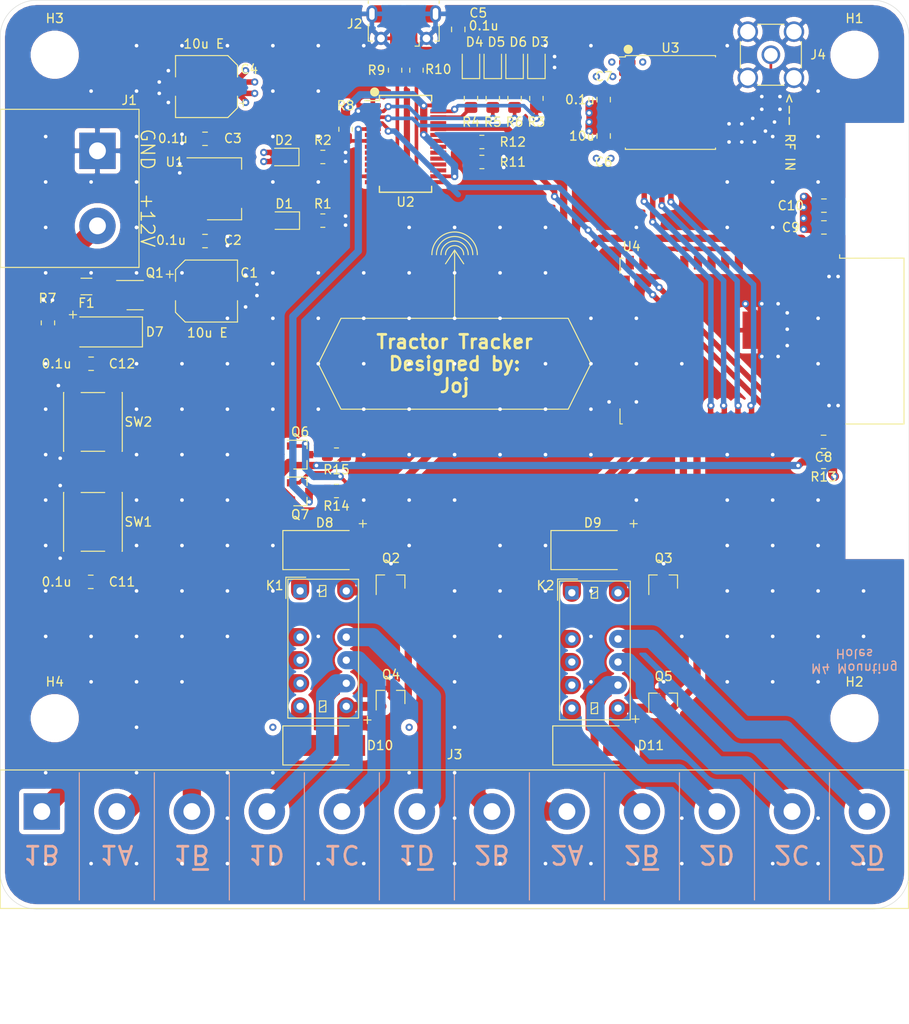
<source format=kicad_pcb>
(kicad_pcb (version 20171130) (host pcbnew 5.1.10)
  (layers (0 F.Cu signal hide) (1 In1.Cu power hide) (2 In2.Cu power hide) (31 B.Cu signal hide) (34 B.Paste user hide) (35 F.Paste user hide) (36 B.SilkS user) (37 F.SilkS user) (38 B.Mask user) (39 F.Mask user) (44 Edge.Cuts user))
  (net 0 "")
  (net 1 GND)
  (net 2 VBUS)
  (net 3 +3V3)
  (net 4 +12V)
  (net 5 "Net-(D6-Pad1)")
  (net 6 "Net-(J4-Pad1)")
  (net 7 Relay_1_Reset)
  (net 8 "Net-(R4-Pad1)")
  (net 9 "Net-(R9-Pad1)")
  (net 10 ESP32_RXD0)
  (net 11 ESP32_TXD0)
  (net 12 ESP32_RXD1)
  (net 13 ESP32_TXD1)
  (net 14 GPS_~RESET)
  (net 15 GPS_TIMEPULSE)
  (net 16 RTS)
  (net 17 IO00)
  (net 18 EN)
  (net 19 VDC)
  (net 20 "Net-(F1-Pad1)")
  (net 21 Relay_2_~D)
  (net 22 Relay_2_D)
  (net 23 Relay_2_C)
  (net 24 Relay_2_~B)
  (net 25 Relay_2_B)
  (net 26 Relay_2_A)
  (net 27 Relay_1_~D)
  (net 28 Relay_1_D)
  (net 29 Relay_1_C)
  (net 30 Relay_1_~B)
  (net 31 Relay_1_B)
  (net 32 Relay_1_A)
  (net 33 DTR)
  (net 34 Relay_2_Set)
  (net 35 Relay_2_Reset)
  (net 36 "Net-(R5-Pad1)")
  (net 37 "Net-(R11-Pad2)")
  (net 38 Relay_1_Set)
  (net 39 "Net-(D1-Pad1)")
  (net 40 "Net-(D2-Pad1)")
  (net 41 "Net-(D3-Pad1)")
  (net 42 "Net-(D4-Pad1)")
  (net 43 "Net-(D5-Pad1)")
  (net 44 "Net-(D7-Pad2)")
  (net 45 "Net-(D8-Pad2)")
  (net 46 "Net-(D9-Pad2)")
  (net 47 "Net-(D10-Pad2)")
  (net 48 "Net-(D11-Pad2)")
  (net 49 "Net-(J2-Pad3)")
  (net 50 "Net-(J2-Pad2)")
  (net 51 "Net-(Q6-Pad1)")
  (net 52 "Net-(Q7-Pad1)")
  (net 53 "Net-(R3-Pad1)")
  (net 54 "Net-(R6-Pad1)")
  (net 55 "Net-(R8-Pad1)")
  (net 56 "Net-(R10-Pad2)")
  (net 57 "Net-(R12-Pad1)")
  (module TerminalBlock:BarrierBlock_TE_4PCV-02-006_2-pole_P8.26mm (layer F.Cu) (at 115.272 77 270)
    (fp_text reference J1 (at -1 1.072 180) (layer F.SilkS))
    (fp_text value "Power Terminals")
    (pad 2 thru_hole circle (at 12.827 4.572 270) (size 4 4) (drill 1.8542) (layers *.Cu *.Mask) (net 19 VDC))
    (pad 1 thru_hole rect (at 4.572 4.572 270) (size 4 4) (drill 1.8542) (layers *.Cu *.Mask) (net 1 GND))
  )
  (module TerminalBlock:BarrierBlock_TE_4PCV-12-006_12-pole_P8.26mm (layer F.Cu) (at 130.003 149.698)
    (fp_text reference J3 (at 19.997 -1.698) (layer F.SilkS))
    (fp_text value Screw_Terminal_01x12)
    (pad 12 thru_hole circle (at 65.377 4.572) (size 4 4) (drill 1.8542) (layers *.Cu *.Mask) (net 21 Relay_2_~D))
    (pad 11 thru_hole circle (at 57.122 4.572) (size 4 4) (drill 1.8542) (layers *.Cu *.Mask) (net 23 Relay_2_C))
    (pad 10 thru_hole circle (at 48.867 4.572) (size 4 4) (drill 1.8542) (layers *.Cu *.Mask) (net 22 Relay_2_D))
    (pad 9 thru_hole circle (at 40.612 4.572) (size 4 4) (drill 1.8542) (layers *.Cu *.Mask) (net 24 Relay_2_~B))
    (pad 8 thru_hole circle (at 32.357 4.572) (size 4 4) (drill 1.8542) (layers *.Cu *.Mask) (net 26 Relay_2_A))
    (pad 7 thru_hole circle (at 24.102 4.572) (size 4 4) (drill 1.8542) (layers *.Cu *.Mask) (net 25 Relay_2_B))
    (pad 6 thru_hole circle (at 15.847 4.572) (size 4 4) (drill 1.8542) (layers *.Cu *.Mask) (net 27 Relay_1_~D))
    (pad 5 thru_hole circle (at 7.592 4.572) (size 4 4) (drill 1.8542) (layers *.Cu *.Mask) (net 29 Relay_1_C))
    (pad 4 thru_hole circle (at -0.663 4.572) (size 4 4) (drill 1.8542) (layers *.Cu *.Mask) (net 28 Relay_1_D))
    (pad 3 thru_hole circle (at -8.918 4.572) (size 4 4) (drill 1.8542) (layers *.Cu *.Mask) (net 30 Relay_1_~B))
    (pad 2 thru_hole circle (at -17.173 4.572) (size 4 4) (drill 1.8542) (layers *.Cu *.Mask) (net 32 Relay_1_A))
    (pad 1 thru_hole rect (at -25.428 4.572) (size 4 4) (drill 1.8542) (layers *.Cu *.Mask) (net 31 Relay_1_B))
  )
  (module RF_GPS:ublox_MAX (layer F.Cu) (at 173.75 76.25)
    (fp_text reference U3 (at 0 -6) (layer F.SilkS))
    (fp_text value MAX-M8Q)
    (pad 18 smd roundrect (at 4.75 -4.4) (size 1.8 0.7) (layers F.Cu F.Paste F.Mask))
    (pad 17 smd roundrect (at 4.75 -3.3) (size 1.8 0.8) (layers F.Cu F.Paste F.Mask))
    (pad 16 smd roundrect (at 4.75 -2.2) (size 1.8 0.8) (layers F.Cu F.Paste F.Mask))
    (pad 15 smd roundrect (at 4.75 -1.1) (size 1.8 0.8) (layers F.Cu F.Paste F.Mask))
    (pad 14 smd roundrect (at 4.75 0) (size 1.8 0.8) (layers F.Cu F.Paste F.Mask))
    (pad 13 smd roundrect (at 4.75 1.1) (size 1.8 0.8) (layers F.Cu F.Paste F.Mask))
    (pad 12 smd roundrect (at 4.75 2.2) (size 1.8 0.8) (layers F.Cu F.Paste F.Mask) (net 1 GND))
    (pad 11 smd roundrect (at 4.75 3.3) (size 1.8 0.8) (layers F.Cu F.Paste F.Mask) (net 6 "Net-(J4-Pad1)"))
    (pad 10 smd roundrect (at 4.75 4.4) (size 1.8 0.7) (layers F.Cu F.Paste F.Mask) (net 1 GND))
    (pad 9 smd roundrect (at -4.75 4.4) (size 1.8 0.7) (layers F.Cu F.Paste F.Mask) (net 14 GPS_~RESET))
    (pad 8 smd roundrect (at -4.75 3.3) (size 1.8 0.8) (layers F.Cu F.Paste F.Mask) (net 3 +3V3))
    (pad 7 smd roundrect (at -4.75 2.2) (size 1.8 0.8) (layers F.Cu F.Paste F.Mask) (net 3 +3V3))
    (pad 6 smd roundrect (at -4.75 1.1) (size 1.8 0.8) (layers F.Cu F.Paste F.Mask) (net 3 +3V3))
    (pad 5 smd roundrect (at -4.75 0) (size 1.8 0.8) (layers F.Cu F.Paste F.Mask))
    (pad 4 smd roundrect (at -4.75 -1.1) (size 1.8 0.8) (layers F.Cu F.Paste F.Mask) (net 15 GPS_TIMEPULSE))
    (pad 3 smd roundrect (at -4.75 -2.2) (size 1.8 0.8) (layers F.Cu F.Paste F.Mask) (net 13 ESP32_TXD1))
    (pad 2 smd roundrect (at -4.75 -3.3) (size 1.8 0.8) (layers F.Cu F.Paste F.Mask) (net 12 ESP32_RXD1))
    (pad 1 smd roundrect (at -4.75 -4.4) (size 1.8 0.7) (layers F.Cu F.Paste F.Mask) (net 1 GND))
  )
  (module Diode_SMD:D_0805_2012Metric (layer F.Cu) (at 131.1875 82.25 180)
    (fp_text reference D2 (at -0.0125 1.85) (layer F.SilkS))
    (fp_text value Red)
    (pad 2 smd roundrect (at 0.9375 0 180) (size 0.975 1.4) (layers F.Cu F.Paste F.Mask) (net 3 +3V3))
    (pad 1 smd roundrect (at -0.9375 0 180) (size 0.975 1.4) (layers F.Cu F.Paste F.Mask) (net 40 "Net-(D2-Pad1)"))
  )
  (module Diode_SMD:D_SMA_Handsoldering (layer F.Cu) (at 111.25 101.5 180)
    (fp_text reference D7 (at -5.75 0) (layer F.SilkS))
    (fp_text value 0V)
    (pad 2 smd rect (at 2.5 0 180) (size 3.5 1.8) (layers F.Cu F.Paste F.Mask) (net 44 "Net-(D7-Pad2)"))
    (pad 1 smd rect (at -2.5 0 180) (size 3.5 1.8) (layers F.Cu F.Paste F.Mask) (net 4 +12V))
  )
  (module Relay_THT:Relay_DPDT_Kemet_EC2_DoubleCoil (layer F.Cu) (at 133 130)
    (fp_text reference K1 (at -2.8 -0.6 180) (layer F.SilkS))
    (fp_text value EC2-3TNU)
    (pad 1 thru_hole roundrect (at 0 0) (size 1.5 1.5) (drill 0.8) (layers *.Cu *.Mask) (roundrect_rratio 0.167) (net 3 +3V3))
    (pad 3 thru_hole circle (at 0 5.08) (size 1.5 1.5) (drill 0.8) (layers *.Cu *.Mask) (net 31 Relay_1_B))
    (pad 4 thru_hole circle (at 0 7.62) (size 1.5 1.5) (drill 0.8) (layers *.Cu *.Mask) (net 32 Relay_1_A))
    (pad 5 thru_hole circle (at 0 10.16) (size 1.5 1.5) (drill 0.8) (layers *.Cu *.Mask) (net 30 Relay_1_~B))
    (pad 6 thru_hole circle (at 0 12.7) (size 1.5 1.5) (drill 0.8) (layers *.Cu *.Mask) (net 3 +3V3))
    (pad 7 thru_hole circle (at 5.08 12.7) (size 1.5 1.5) (drill 0.8) (layers *.Cu *.Mask) (net 47 "Net-(D10-Pad2)"))
    (pad 8 thru_hole circle (at 5.08 10.16) (size 1.5 1.5) (drill 0.8) (layers *.Cu *.Mask) (net 28 Relay_1_D))
    (pad 9 thru_hole circle (at 5.08 7.62) (size 1.5 1.5) (drill 0.8) (layers *.Cu *.Mask) (net 29 Relay_1_C))
    (pad 10 thru_hole circle (at 5.08 5.08) (size 1.5 1.5) (drill 0.8) (layers *.Cu *.Mask) (net 27 Relay_1_~D))
    (pad 12 thru_hole circle (at 5.08 0) (size 1.5 1.5) (drill 0.8) (layers *.Cu *.Mask) (net 45 "Net-(D8-Pad2)"))
  )
  (module Diode_SMD:D_SMB_Handsoldering (layer F.Cu) (at 135.7 147)
    (fp_text reference D10 (at 6.1 0) (layer F.SilkS))
    (fp_text value S1JTR)
    (pad 2 smd rect (at 2.7 0) (size 3.5 2.3) (layers F.Cu F.Paste F.Mask) (net 47 "Net-(D10-Pad2)"))
    (pad 1 smd rect (at -2.7 0) (size 3.5 2.3) (layers F.Cu F.Paste F.Mask) (net 3 +3V3))
  )
  (module MountingHole:MountingHole_4.3mm_M4 (layer F.Cu) (at 106 144)
    (fp_text reference H4 (at 0 -4) (layer F.SilkS))
    (fp_text value MountingHole)
    (pad 1 np_thru_hole circle (at 0 0) (size 4.3 4.3) (drill 4.3) (layers *.Cu *.Mask))
  )
  (module MountingHole:MountingHole_4.3mm_M4 (layer F.Cu) (at 106 71)
    (fp_text reference H3 (at 0 -4) (layer F.SilkS))
    (fp_text value MountingHole)
    (pad 1 np_thru_hole circle (at 0 0) (size 4.3 4.3) (drill 4.3) (layers *.Cu *.Mask))
  )
  (module MountingHole:MountingHole_4.3mm_M4 (layer F.Cu) (at 194 144)
    (fp_text reference H2 (at 0 -4) (layer F.SilkS))
    (fp_text value MountingHole)
    (pad 1 np_thru_hole circle (at 0 0) (size 4.3 4.3) (drill 4.3) (layers *.Cu *.Mask))
  )
  (module MountingHole:MountingHole_4.3mm_M4 (layer F.Cu) (at 194 71)
    (fp_text reference H1 (at 0 -4) (layer F.SilkS))
    (fp_text value MountingHole)
    (pad 1 np_thru_hole circle (at 0 0) (size 4.3 4.3) (drill 4.3) (layers *.Cu *.Mask))
  )
  (module RF_Module:ESP32-S2-WROVER (layer F.Cu) (at 180 102.5 270)
    (fp_text reference U4 (at -10.41 10.53) (layer F.SilkS))
    (fp_text value ESP32-S2-WROVER)
    (pad 1 smd rect (at -8.625 -11.775 270) (size 1.5 0.9) (layers F.Cu F.Paste F.Mask) (net 1 GND))
    (pad 15 smd rect (at -8.625 9.225 90) (size 1.5 0.9) (layers F.Cu F.Paste F.Mask))
    (pad 16 smd rect (at -8.625 10.725 90) (size 1.5 0.9) (layers F.Cu F.Paste F.Mask))
    (pad 17 smd rect (at -6.75 11.475 270) (size 0.9 1.5) (layers F.Cu F.Paste F.Mask))
    (pad 18 smd rect (at -5.25 11.475 270) (size 0.9 1.5) (layers F.Cu F.Paste F.Mask))
    (pad 19 smd rect (at -3.75 11.475 270) (size 0.9 1.5) (layers F.Cu F.Paste F.Mask))
    (pad 20 smd rect (at -2.25 11.475 270) (size 0.9 1.5) (layers F.Cu F.Paste F.Mask))
    (pad 21 smd rect (at -0.75 11.475 270) (size 0.9 1.5) (layers F.Cu F.Paste F.Mask))
    (pad 22 smd rect (at 0.75 11.475 270) (size 0.9 1.5) (layers F.Cu F.Paste F.Mask))
    (pad 23 smd rect (at 2.25 11.475 270) (size 0.9 1.5) (layers F.Cu F.Paste F.Mask))
    (pad 24 smd rect (at 3.75 11.475 270) (size 0.9 1.5) (layers F.Cu F.Paste F.Mask))
    (pad 2 smd rect (at -8.625 -10.275 270) (size 1.5 0.9) (layers F.Cu F.Paste F.Mask) (net 3 +3V3))
    (pad 3 smd rect (at -8.625 -8.775 270) (size 1.5 0.9) (layers F.Cu F.Paste F.Mask) (net 17 IO00))
    (pad 4 smd rect (at -8.625 -7.275 270) (size 1.5 0.9) (layers F.Cu F.Paste F.Mask))
    (pad 5 smd rect (at -8.625 -5.775 270) (size 1.5 0.9) (layers F.Cu F.Paste F.Mask))
    (pad 6 smd rect (at -8.625 -4.275 270) (size 1.5 0.9) (layers F.Cu F.Paste F.Mask))
    (pad 7 smd rect (at -8.625 -2.775 270) (size 1.5 0.9) (layers F.Cu F.Paste F.Mask))
    (pad 8 smd rect (at -8.625 -1.275 270) (size 1.5 0.9) (layers F.Cu F.Paste F.Mask))
    (pad 9 smd rect (at -8.625 0.225 270) (size 1.5 0.9) (layers F.Cu F.Paste F.Mask))
    (pad 10 smd rect (at -8.625 1.725 270) (size 1.5 0.9) (layers F.Cu F.Paste F.Mask))
    (pad 11 smd rect (at -8.625 3.225 270) (size 1.5 0.9) (layers F.Cu F.Paste F.Mask))
    (pad 12 smd rect (at -8.625 4.725 270) (size 1.5 0.9) (layers F.Cu F.Paste F.Mask))
    (pad 13 smd rect (at -8.625 6.225 270) (size 1.5 0.9) (layers F.Cu F.Paste F.Mask))
    (pad 14 smd rect (at -8.625 7.725 270) (size 1.5 0.9) (layers F.Cu F.Paste F.Mask))
    (pad 38 smd rect (at 8.625 -5.675 270) (size 1.5 0.9) (layers F.Cu F.Paste F.Mask) (net 10 ESP32_RXD0))
    (pad 37 smd rect (at 8.625 -4.175 270) (size 1.5 0.9) (layers F.Cu F.Paste F.Mask) (net 11 ESP32_TXD0))
    (pad 36 smd rect (at 8.625 -2.675 270) (size 1.5 0.9) (layers F.Cu F.Paste F.Mask) (net 12 ESP32_RXD1))
    (pad 35 smd rect (at 8.625 -1.175 270) (size 1.5 0.9) (layers F.Cu F.Paste F.Mask) (net 13 ESP32_TXD1))
    (pad 34 smd rect (at 8.625 0.325 270) (size 1.5 0.9) (layers F.Cu F.Paste F.Mask) (net 14 GPS_~RESET))
    (pad 33 smd rect (at 8.625 1.825 270) (size 1.5 0.9) (layers F.Cu F.Paste F.Mask) (net 15 GPS_TIMEPULSE))
    (pad 32 smd rect (at 8.625 3.325 270) (size 1.5 0.9) (layers F.Cu F.Paste F.Mask) (net 35 Relay_2_Reset))
    (pad 31 smd rect (at 8.625 4.825 270) (size 1.5 0.9) (layers F.Cu F.Paste F.Mask) (net 34 Relay_2_Set))
    (pad 30 smd rect (at 8.625 6.325 270) (size 1.5 0.9) (layers F.Cu F.Paste F.Mask) (net 7 Relay_1_Reset))
    (pad 29 smd rect (at 8.625 7.825 270) (size 1.5 0.9) (layers F.Cu F.Paste F.Mask) (net 38 Relay_1_Set))
    (pad 28 smd rect (at 8.625 9.325 270) (size 1.5 0.9) (layers F.Cu F.Paste F.Mask))
    (pad 27 smd rect (at 8.625 10.825 270) (size 1.5 0.9) (layers F.Cu F.Paste F.Mask))
    (pad 26 smd rect (at 6.75 11.475 270) (size 0.9 1.5) (layers F.Cu F.Paste F.Mask) (net 1 GND))
    (pad 25 smd rect (at 5.25 11.475 270) (size 0.9 1.5) (layers F.Cu F.Paste F.Mask))
    (pad 39 smd rect (at 8.625 -7.175 270) (size 1.5 0.9) (layers F.Cu F.Paste F.Mask))
    (pad 40 smd rect (at 8.625 -8.775 270) (size 1.5 0.9) (layers F.Cu F.Paste F.Mask))
    (pad 41 smd rect (at 8.625 -10.275 270) (size 1.5 0.9) (layers F.Cu F.Paste F.Mask) (net 18 EN))
    (pad 42 smd rect (at 8.625 -11.675 270) (size 1.5 0.9) (layers F.Cu F.Paste F.Mask) (net 1 GND))
    (pad 43 smd rect (at -1.19 -3.735 270) (size 4.1 4.1) (layers F.Cu F.Paste F.Mask) (net 1 GND))
  )
  (module Package_SO:SSOP-28_5.3x10.2mm_P0.65mm (layer F.Cu) (at 144.6 80.8)
    (fp_text reference U2 (at 0 6.4) (layer F.SilkS))
    (fp_text value CY7C64225)
    (pad 28 smd rect (at 3.6 -4.225) (size 1.75 0.45) (layers F.Cu F.Paste F.Mask) (net 2 VBUS))
    (pad 27 smd rect (at 3.6 -3.575) (size 1.75 0.45) (layers F.Cu F.Paste F.Mask) (net 53 "Net-(R3-Pad1)"))
    (pad 26 smd rect (at 3.6 -2.925) (size 1.75 0.45) (layers F.Cu F.Paste F.Mask) (net 8 "Net-(R4-Pad1)"))
    (pad 25 smd rect (at 3.6 -2.275) (size 1.75 0.45) (layers F.Cu F.Paste F.Mask))
    (pad 24 smd rect (at 3.6 -1.625) (size 1.75 0.45) (layers F.Cu F.Paste F.Mask) (net 16 RTS))
    (pad 23 smd rect (at 3.6 -0.975) (size 1.75 0.45) (layers F.Cu F.Paste F.Mask) (net 37 "Net-(R11-Pad2)"))
    (pad 22 smd rect (at 3.6 -0.325) (size 1.75 0.45) (layers F.Cu F.Paste F.Mask) (net 57 "Net-(R12-Pad1)"))
    (pad 21 smd rect (at 3.6 0.325) (size 1.75 0.45) (layers F.Cu F.Paste F.Mask))
    (pad 20 smd rect (at 3.6 0.975) (size 1.75 0.45) (layers F.Cu F.Paste F.Mask))
    (pad 19 smd rect (at 3.6 1.625) (size 1.75 0.45) (layers F.Cu F.Paste F.Mask))
    (pad 18 smd rect (at 3.6 2.275) (size 1.75 0.45) (layers F.Cu F.Paste F.Mask))
    (pad 17 smd rect (at 3.6 2.925) (size 1.75 0.45) (layers F.Cu F.Paste F.Mask))
    (pad 16 smd rect (at 3.6 3.575) (size 1.75 0.45) (layers F.Cu F.Paste F.Mask) (net 2 VBUS))
    (pad 15 smd rect (at 3.6 4.225) (size 1.75 0.45) (layers F.Cu F.Paste F.Mask) (net 56 "Net-(R10-Pad2)"))
    (pad 14 smd rect (at -3.6 4.225) (size 1.75 0.45) (layers F.Cu F.Paste F.Mask) (net 9 "Net-(R9-Pad1)"))
    (pad 13 smd rect (at -3.6 3.575) (size 1.75 0.45) (layers F.Cu F.Paste F.Mask) (net 1 GND))
    (pad 12 smd rect (at -3.6 2.925) (size 1.75 0.45) (layers F.Cu F.Paste F.Mask))
    (pad 11 smd rect (at -3.6 2.275) (size 1.75 0.45) (layers F.Cu F.Paste F.Mask))
    (pad 10 smd rect (at -3.6 1.625) (size 1.75 0.45) (layers F.Cu F.Paste F.Mask))
    (pad 9 smd rect (at -3.6 0.975) (size 1.75 0.45) (layers F.Cu F.Paste F.Mask))
    (pad 8 smd rect (at -3.6 0.325) (size 1.75 0.45) (layers F.Cu F.Paste F.Mask))
    (pad 7 smd rect (at -3.6 -0.325) (size 1.75 0.45) (layers F.Cu F.Paste F.Mask) (net 55 "Net-(R8-Pad1)"))
    (pad 6 smd rect (at -3.6 -0.975) (size 1.75 0.45) (layers F.Cu F.Paste F.Mask))
    (pad 5 smd rect (at -3.6 -1.625) (size 1.75 0.45) (layers F.Cu F.Paste F.Mask) (net 33 DTR))
    (pad 4 smd rect (at -3.6 -2.275) (size 1.75 0.45) (layers F.Cu F.Paste F.Mask) (net 10 ESP32_RXD0))
    (pad 3 smd rect (at -3.6 -2.925) (size 1.75 0.45) (layers F.Cu F.Paste F.Mask) (net 54 "Net-(R6-Pad1)"))
    (pad 2 smd rect (at -3.6 -3.575) (size 1.75 0.45) (layers F.Cu F.Paste F.Mask) (net 36 "Net-(R5-Pad1)"))
    (pad 1 smd rect (at -3.6 -4.225) (size 1.75 0.45) (layers F.Cu F.Paste F.Mask) (net 1 GND))
  )
  (module Package_TO_SOT_SMD:SOT-223 (layer F.Cu) (at 124.65 85.75)
    (fp_text reference U1 (at -5.45 -2.95) (layer F.SilkS))
    (fp_text value NCP1117-3.3_SOT223)
    (pad 1 smd rect (at -3.15 -2.3) (size 2 1.5) (layers F.Cu F.Paste F.Mask) (net 1 GND))
    (pad 3 smd rect (at -3.15 2.3) (size 2 1.5) (layers F.Cu F.Paste F.Mask) (net 4 +12V))
    (pad 2 smd rect (at -3.15 0) (size 2 1.5) (layers F.Cu F.Paste F.Mask) (net 3 +3V3))
    (pad 4 smd rect (at 3.15 0) (size 2 3.8) (layers F.Cu F.Paste F.Mask))
  )
  (module Button_Switch_SMD:SW_Push_1P1T_NO_6x6mm_H9.5mm (layer F.Cu) (at 110.2 111.4 270)
    (fp_text reference SW2 (at 0 -5 180) (layer F.SilkS))
    (fp_text value SW_Push)
    (pad 2 smd rect (at 3.975 2.25 270) (size 1.55 1.3) (layers F.Cu F.Paste F.Mask) (net 1 GND))
    (pad 1 smd rect (at 3.975 -2.25 270) (size 1.55 1.3) (layers F.Cu F.Paste F.Mask) (net 18 EN))
    (pad 1 smd rect (at -3.975 -2.25 270) (size 1.55 1.3) (layers F.Cu F.Paste F.Mask) (net 18 EN))
    (pad 2 smd rect (at -3.975 2.25 270) (size 1.55 1.3) (layers F.Cu F.Paste F.Mask) (net 1 GND))
  )
  (module Button_Switch_SMD:SW_Push_1P1T_NO_6x6mm_H9.5mm (layer F.Cu) (at 110.2 122.4 270)
    (fp_text reference SW1 (at 0 -5 180) (layer F.SilkS))
    (fp_text value SW_Push)
    (pad 2 smd rect (at 3.975 2.25 270) (size 1.55 1.3) (layers F.Cu F.Paste F.Mask) (net 1 GND))
    (pad 1 smd rect (at 3.975 -2.25 270) (size 1.55 1.3) (layers F.Cu F.Paste F.Mask) (net 17 IO00))
    (pad 1 smd rect (at -3.975 -2.25 270) (size 1.55 1.3) (layers F.Cu F.Paste F.Mask) (net 17 IO00))
    (pad 2 smd rect (at -3.975 2.25 270) (size 1.55 1.3) (layers F.Cu F.Paste F.Mask) (net 1 GND))
  )
  (module Resistor_SMD:R_0805_2012Metric_Pad1.20x1.40mm_HandSolder (layer F.Cu) (at 135.5 82.25)
    (fp_text reference R2 (at 0 -1.85) (layer F.SilkS))
    (fp_text value Shit)
    (pad 2 smd roundrect (at 1 0) (size 1.2 1.4) (layers F.Cu F.Paste F.Mask) (roundrect_rratio 0.2083325) (net 1 GND))
    (pad 1 smd roundrect (at -1 0) (size 1.2 1.4) (layers F.Cu F.Paste F.Mask) (roundrect_rratio 0.2083325) (net 40 "Net-(D2-Pad1)"))
  )
  (module Resistor_SMD:R_0805_2012Metric_Pad1.20x1.40mm_HandSolder (layer F.Cu) (at 135.5 89.25)
    (fp_text reference R1 (at 0 -1.85) (layer F.SilkS))
    (fp_text value "some shit")
    (pad 2 smd roundrect (at 1 0) (size 1.2 1.4) (layers F.Cu F.Paste F.Mask) (roundrect_rratio 0.2083325) (net 1 GND))
    (pad 1 smd roundrect (at -1 0) (size 1.2 1.4) (layers F.Cu F.Paste F.Mask) (roundrect_rratio 0.2083325) (net 39 "Net-(D1-Pad1)"))
  )
  (module Resistor_SMD:R_0805_2012Metric_Pad1.20x1.40mm_HandSolder (layer F.Cu) (at 156.6 75.8 90)
    (fp_text reference R6 (at -2.6 0 180) (layer F.SilkS))
    (fp_text value 560)
    (pad 2 smd roundrect (at 1 0 90) (size 1.2 1.4) (layers F.Cu F.Paste F.Mask) (roundrect_rratio 0.2083325) (net 5 "Net-(D6-Pad1)"))
    (pad 1 smd roundrect (at -1 0 90) (size 1.2 1.4) (layers F.Cu F.Paste F.Mask) (roundrect_rratio 0.2083325) (net 54 "Net-(R6-Pad1)"))
  )
  (module Resistor_SMD:R_0805_2012Metric_Pad1.20x1.40mm_HandSolder (layer F.Cu) (at 154.2 75.8 90)
    (fp_text reference R5 (at -2.6 0 180) (layer F.SilkS))
    (fp_text value 560)
    (pad 2 smd roundrect (at 1 0 90) (size 1.2 1.4) (layers F.Cu F.Paste F.Mask) (roundrect_rratio 0.2083325) (net 43 "Net-(D5-Pad1)"))
    (pad 1 smd roundrect (at -1 0 90) (size 1.2 1.4) (layers F.Cu F.Paste F.Mask) (roundrect_rratio 0.2083325) (net 36 "Net-(R5-Pad1)"))
  )
  (module Package_TO_SOT_SMD:SOT-23 (layer F.Cu) (at 172.95 142 90)
    (fp_text reference Q5 (at 2.6 0.05 180) (layer F.SilkS))
    (fp_text value NX3008)
    (pad 3 smd rect (at 1 0 90) (size 0.9 0.8) (layers F.Cu F.Paste F.Mask) (net 1 GND))
    (pad 2 smd rect (at -1 0.95 90) (size 0.9 0.8) (layers F.Cu F.Paste F.Mask) (net 35 Relay_2_Reset))
    (pad 1 smd rect (at -1 -0.95 90) (size 0.9 0.8) (layers F.Cu F.Paste F.Mask) (net 48 "Net-(D11-Pad2)"))
  )
  (module Package_TO_SOT_SMD:SOT-23 (layer F.Cu) (at 172.95 129 90)
    (fp_text reference Q3 (at 2.6 0.05 180) (layer F.SilkS))
    (fp_text value NX3008)
    (pad 3 smd rect (at 1 0 90) (size 0.9 0.8) (layers F.Cu F.Paste F.Mask) (net 1 GND))
    (pad 2 smd rect (at -1 0.95 90) (size 0.9 0.8) (layers F.Cu F.Paste F.Mask) (net 34 Relay_2_Set))
    (pad 1 smd rect (at -1 -0.95 90) (size 0.9 0.8) (layers F.Cu F.Paste F.Mask) (net 46 "Net-(D9-Pad2)"))
  )
  (module Package_TO_SOT_SMD:SOT-23 (layer F.Cu) (at 142.95 141.7 90)
    (fp_text reference Q4 (at 2.5 0.05 180) (layer F.SilkS))
    (fp_text value NX3008)
    (pad 3 smd rect (at 1 0 90) (size 0.9 0.8) (layers F.Cu F.Paste F.Mask) (net 1 GND))
    (pad 2 smd rect (at -1 0.95 90) (size 0.9 0.8) (layers F.Cu F.Paste F.Mask) (net 7 Relay_1_Reset))
    (pad 1 smd rect (at -1 -0.95 90) (size 0.9 0.8) (layers F.Cu F.Paste F.Mask) (net 47 "Net-(D10-Pad2)"))
  )
  (module Package_TO_SOT_SMD:SOT-23 (layer F.Cu) (at 142.95 129 90)
    (fp_text reference Q2 (at 2.6 0.05 180) (layer F.SilkS))
    (fp_text value NX3008)
    (pad 3 smd rect (at 1 0 90) (size 0.9 0.8) (layers F.Cu F.Paste F.Mask) (net 1 GND))
    (pad 2 smd rect (at -1 0.95 90) (size 0.9 0.8) (layers F.Cu F.Paste F.Mask) (net 38 Relay_1_Set))
    (pad 1 smd rect (at -1 -0.95 90) (size 0.9 0.8) (layers F.Cu F.Paste F.Mask) (net 45 "Net-(D8-Pad2)"))
  )
  (module Package_TO_SOT_SMD:SOT-23 (layer F.Cu) (at 133 119.05)
    (fp_text reference Q7 (at 0 2.55) (layer F.SilkS))
    (fp_text value NPN)
    (pad 3 smd rect (at 1 0) (size 0.9 0.8) (layers F.Cu F.Paste F.Mask) (net 33 DTR))
    (pad 2 smd rect (at -1 0.95) (size 0.9 0.8) (layers F.Cu F.Paste F.Mask) (net 17 IO00))
    (pad 1 smd rect (at -1 -0.95) (size 0.9 0.8) (layers F.Cu F.Paste F.Mask) (net 52 "Net-(Q7-Pad1)"))
  )
  (module Package_TO_SOT_SMD:SOT-23 (layer F.Cu) (at 133 115)
    (fp_text reference Q6 (at 0 -2.5) (layer F.SilkS))
    (fp_text value NPN)
    (pad 3 smd rect (at 1 0) (size 0.9 0.8) (layers F.Cu F.Paste F.Mask) (net 16 RTS))
    (pad 2 smd rect (at -1 0.95) (size 0.9 0.8) (layers F.Cu F.Paste F.Mask) (net 18 EN))
    (pad 1 smd rect (at -1 -0.95) (size 0.9 0.8) (layers F.Cu F.Paste F.Mask) (net 51 "Net-(Q6-Pad1)"))
  )
  (module Package_TO_SOT_SMD:SOT-23-6_Handsoldering (layer F.Cu) (at 114.85 97.45)
    (fp_text reference Q1 (at 2.15 -2.45) (layer F.SilkS))
    (fp_text value Q_PMOS_DGS)
    (pad 5 smd rect (at 1.35 0) (size 1.56 0.65) (layers F.Cu F.Paste F.Mask))
    (pad 6 smd rect (at 1.35 -0.95) (size 1.56 0.65) (layers F.Cu F.Paste F.Mask))
    (pad 4 smd rect (at 1.35 0.95) (size 1.56 0.65) (layers F.Cu F.Paste F.Mask))
    (pad 3 smd rect (at -1.35 0.95) (size 1.56 0.65) (layers F.Cu F.Paste F.Mask) (net 4 +12V))
    (pad 2 smd rect (at -1.35 0) (size 1.56 0.65) (layers F.Cu F.Paste F.Mask) (net 44 "Net-(D7-Pad2)"))
    (pad 1 smd rect (at -1.35 -0.95) (size 1.56 0.65) (layers F.Cu F.Paste F.Mask) (net 20 "Net-(F1-Pad1)"))
  )
  (module Relay_THT:Relay_DPDT_Kemet_EC2_DoubleCoil (layer F.Cu) (at 162.9 130.2)
    (fp_text reference K2 (at -2.9 -0.8 180) (layer F.SilkS))
    (fp_text value EC2-3TNU)
    (pad 1 thru_hole roundrect (at 0 0) (size 1.5 1.5) (drill 0.8) (layers *.Cu *.Mask) (roundrect_rratio 0.167) (net 3 +3V3))
    (pad 3 thru_hole circle (at 0 5.08) (size 1.5 1.5) (drill 0.8) (layers *.Cu *.Mask) (net 25 Relay_2_B))
    (pad 4 thru_hole circle (at 0 7.62) (size 1.5 1.5) (drill 0.8) (layers *.Cu *.Mask) (net 26 Relay_2_A))
    (pad 5 thru_hole circle (at 0 10.16) (size 1.5 1.5) (drill 0.8) (layers *.Cu *.Mask) (net 24 Relay_2_~B))
    (pad 6 thru_hole circle (at 0 12.7) (size 1.5 1.5) (drill 0.8) (layers *.Cu *.Mask) (net 3 +3V3))
    (pad 7 thru_hole circle (at 5.08 12.7) (size 1.5 1.5) (drill 0.8) (layers *.Cu *.Mask) (net 48 "Net-(D11-Pad2)"))
    (pad 8 thru_hole circle (at 5.08 10.16) (size 1.5 1.5) (drill 0.8) (layers *.Cu *.Mask) (net 22 Relay_2_D))
    (pad 9 thru_hole circle (at 5.08 7.62) (size 1.5 1.5) (drill 0.8) (layers *.Cu *.Mask) (net 23 Relay_2_C))
    (pad 10 thru_hole circle (at 5.08 5.08) (size 1.5 1.5) (drill 0.8) (layers *.Cu *.Mask) (net 21 Relay_2_~D))
    (pad 12 thru_hole circle (at 5.08 0) (size 1.5 1.5) (drill 0.8) (layers *.Cu *.Mask) (net 46 "Net-(D9-Pad2)"))
  )
  (module Connector_Coaxial:SMA_Amphenol_901-144_Vertical (layer F.Cu) (at 184.8 71)
    (fp_text reference J4 (at 5.2 0) (layer F.SilkS))
    (fp_text value SMA-Female)
    (pad 2 thru_hole circle (at -2.54 2.54) (size 2.25 2.25) (drill 1.7) (layers *.Cu *.Mask) (net 1 GND))
    (pad 2 thru_hole circle (at -2.54 -2.54) (size 2.25 2.25) (drill 1.7) (layers *.Cu *.Mask) (net 1 GND))
    (pad 2 thru_hole circle (at 2.54 -2.54) (size 2.25 2.25) (drill 1.7) (layers *.Cu *.Mask) (net 1 GND))
    (pad 2 thru_hole circle (at 2.54 2.54) (size 2.25 2.25) (drill 1.7) (layers *.Cu *.Mask) (net 1 GND))
    (pad 1 thru_hole circle (at 0 0) (size 2.05 2.05) (drill 1.5) (layers *.Cu *.Mask) (net 6 "Net-(J4-Pad1)"))
  )
  (module Connector_USB:USB_Micro-B_Molex-105017-0001 (layer F.Cu) (at 144.4 67.7375 180)
    (fp_text reference J2 (at 5.4 0.1375) (layer F.SilkS))
    (fp_text value USB_B_Micro)
    (pad 6 smd rect (at -2.9 1.2375 180) (size 1.2 1.9) (layers F.Cu F.Mask) (net 1 GND))
    (pad 6 smd rect (at 2.9 1.2375 180) (size 1.2 1.9) (layers F.Cu F.Mask) (net 1 GND))
    (pad 6 thru_hole oval (at 3.5 1.2375 180) (size 1.2 1.9) (drill oval 0.6 1.3) (layers *.Cu *.Mask) (net 1 GND))
    (pad 6 thru_hole oval (at -3.5 1.2375) (size 1.2 1.9) (drill oval 0.6 1.3) (layers *.Cu *.Mask) (net 1 GND))
    (pad 6 smd rect (at -1 1.2375 180) (size 1.5 1.9) (layers F.Cu F.Paste F.Mask) (net 1 GND))
    (pad 6 thru_hole circle (at 2.5 -1.4625 180) (size 1.45 1.45) (drill 0.85) (layers *.Cu *.Mask) (net 1 GND))
    (pad 3 smd rect (at 0 -1.4625 180) (size 0.4 1.35) (layers F.Cu F.Paste F.Mask) (net 49 "Net-(J2-Pad3)"))
    (pad 4 smd rect (at 0.65 -1.4625 180) (size 0.4 1.35) (layers F.Cu F.Paste F.Mask))
    (pad 5 smd rect (at 1.3 -1.4625 180) (size 0.4 1.35) (layers F.Cu F.Paste F.Mask) (net 1 GND))
    (pad 1 smd rect (at -1.3 -1.4625 180) (size 0.4 1.35) (layers F.Cu F.Paste F.Mask) (net 2 VBUS))
    (pad 2 smd rect (at -0.65 -1.4625 180) (size 0.4 1.35) (layers F.Cu F.Paste F.Mask) (net 50 "Net-(J2-Pad2)"))
    (pad 6 thru_hole circle (at -2.5 -1.4625 180) (size 1.45 1.45) (drill 0.85) (layers *.Cu *.Mask) (net 1 GND))
    (pad 6 smd rect (at 1 1.2375 180) (size 1.5 1.9) (layers F.Cu F.Paste F.Mask) (net 1 GND))
  )
  (module Fuse:Fuse_1206_3216Metric_Pad1.42x1.75mm_HandSolder (layer F.Cu) (at 109.4875 96.5 180)
    (fp_text reference F1 (at 0 -1.82) (layer F.SilkS))
    (fp_text value 2A)
    (pad 2 smd roundrect (at 1.4875 0 180) (size 1.425 1.75) (layers F.Cu F.Paste F.Mask) (roundrect_rratio 0.1754385964912281) (net 19 VDC))
    (pad 1 smd roundrect (at -1.4875 0 180) (size 1.425 1.75) (layers F.Cu F.Paste F.Mask) (roundrect_rratio 0.1754385964912281) (net 20 "Net-(F1-Pad1)"))
  )
  (module Diode_SMD:D_0805_2012Metric (layer F.Cu) (at 131.25 89.25 180)
    (fp_text reference D1 (at 0 1.85) (layer F.SilkS))
    (fp_text value Red)
    (pad 2 smd roundrect (at 0.9375 0 180) (size 0.975 1.4) (layers F.Cu F.Paste F.Mask) (net 4 +12V))
    (pad 1 smd roundrect (at -0.9375 0 180) (size 0.975 1.4) (layers F.Cu F.Paste F.Mask) (net 39 "Net-(D1-Pad1)"))
  )
  (module Diode_SMD:D_0805_2012Metric (layer F.Cu) (at 156.6 71.9375 90)
    (fp_text reference D6 (at 2.3375 0.4 180) (layer F.SilkS))
    (fp_text value sus)
    (pad 2 smd roundrect (at 0.9375 0 90) (size 0.975 1.4) (layers F.Cu F.Paste F.Mask) (net 2 VBUS))
    (pad 1 smd roundrect (at -0.9375 0 90) (size 0.975 1.4) (layers F.Cu F.Paste F.Mask) (net 5 "Net-(D6-Pad1)"))
  )
  (module Diode_SMD:D_0805_2012Metric (layer F.Cu) (at 154.2 71.9375 90)
    (fp_text reference D5 (at 2.3375 0.4 180) (layer F.SilkS))
    (fp_text value Tx)
    (pad 2 smd roundrect (at 0.9375 0 90) (size 0.975 1.4) (layers F.Cu F.Paste F.Mask) (net 2 VBUS))
    (pad 1 smd roundrect (at -0.9375 0 90) (size 0.975 1.4) (layers F.Cu F.Paste F.Mask) (net 43 "Net-(D5-Pad1)"))
  )
  (module Diode_SMD:D_0805_2012Metric (layer F.Cu) (at 151.8 71.9375 90)
    (fp_text reference D4 (at 2.3375 0.4 180) (layer F.SilkS))
    (fp_text value //)
    (pad 2 smd roundrect (at 0.9375 0 90) (size 0.975 1.4) (layers F.Cu F.Paste F.Mask) (net 2 VBUS))
    (pad 1 smd roundrect (at -0.9375 0 90) (size 0.975 1.4) (layers F.Cu F.Paste F.Mask) (net 42 "Net-(D4-Pad1)"))
  )
  (module Diode_SMD:D_0805_2012Metric (layer F.Cu) (at 159 71.9375 90)
    (fp_text reference D3 (at 2.3375 0.4 180) (layer F.SilkS))
    (fp_text value Rx)
    (pad 2 smd roundrect (at 0.9375 0 90) (size 0.975 1.4) (layers F.Cu F.Paste F.Mask) (net 2 VBUS))
    (pad 1 smd roundrect (at -0.9375 0 90) (size 0.975 1.4) (layers F.Cu F.Paste F.Mask) (net 41 "Net-(D3-Pad1)"))
  )
  (module Diode_SMD:D_SMB_Handsoldering (layer F.Cu) (at 165.2 125.5)
    (fp_text reference D9 (at 0 -3) (layer F.SilkS))
    (fp_text value S1JTR)
    (pad 2 smd rect (at 2.7 0) (size 3.5 2.3) (layers F.Cu F.Paste F.Mask) (net 46 "Net-(D9-Pad2)"))
    (pad 1 smd rect (at -2.7 0) (size 3.5 2.3) (layers F.Cu F.Paste F.Mask) (net 3 +3V3))
  )
  (module Diode_SMD:D_SMB_Handsoldering (layer F.Cu) (at 165.4 147)
    (fp_text reference D11 (at 6.2 0) (layer F.SilkS))
    (fp_text value S1JTR)
    (pad 2 smd rect (at 2.7 0) (size 3.5 2.3) (layers F.Cu F.Paste F.Mask) (net 48 "Net-(D11-Pad2)"))
    (pad 1 smd rect (at -2.7 0) (size 3.5 2.3) (layers F.Cu F.Paste F.Mask) (net 3 +3V3))
  )
  (module Diode_SMD:D_SMB_Handsoldering (layer F.Cu) (at 135.7 125.5)
    (fp_text reference D8 (at 0 -3) (layer F.SilkS))
    (fp_text value S1JTR)
    (pad 2 smd rect (at 2.7 0) (size 3.5 2.3) (layers F.Cu F.Paste F.Mask) (net 45 "Net-(D8-Pad2)"))
    (pad 1 smd rect (at -2.7 0) (size 3.5 2.3) (layers F.Cu F.Paste F.Mask) (net 3 +3V3))
  )
  (module Capacitor_SMD:CP_Elec_6.3x3.9 (layer F.Cu) (at 122.7 74.5 180)
    (fp_text reference C4 (at -4.7 1.9) (layer F.SilkS))
    (fp_text value "10u E" (at 0.3 4.7) (layer F.SilkS))
    (pad 2 smd roundrect (at 2.7 0 180) (size 3.5 1.6) (layers F.Cu F.Paste F.Mask) (roundrect_rratio 0.15625) (net 1 GND))
    (pad 1 smd roundrect (at -2.7 0 180) (size 3.5 1.6) (layers F.Cu F.Paste F.Mask) (roundrect_rratio 0.15625) (net 3 +3V3))
  )
  (module Capacitor_SMD:CP_Elec_6.3x3.9 (layer F.Cu) (at 122.7 97)
    (fp_text reference C1 (at 4.7 -2) (layer F.SilkS))
    (fp_text value "10u E" (at 0.1 4.6) (layer F.SilkS))
    (pad 2 smd roundrect (at 2.7 0) (size 3.5 1.6) (layers F.Cu F.Paste F.Mask) (roundrect_rratio 0.15625) (net 1 GND))
    (pad 1 smd roundrect (at -2.7 0) (size 3.5 1.6) (layers F.Cu F.Paste F.Mask) (roundrect_rratio 0.15625) (net 4 +12V))
  )
  (module Capacitor_SMD:C_0805_2012Metric_Pad1.18x1.45mm_HandSolder (layer F.Cu) (at 166.4 75.9375 90)
    (fp_text reference C7 (at 2.5375 0 180) (layer F.SilkS))
    (fp_text value 0.1u (at 0 -2.6 180) (layer F.SilkS))
    (pad 2 smd roundrect (at 1.0375 0 90) (size 1.175 1.45) (layers F.Cu F.Paste F.Mask) (roundrect_rratio 0.2127659574468085) (net 1 GND))
    (pad 1 smd roundrect (at -1.0375 0 90) (size 1.175 1.45) (layers F.Cu F.Paste F.Mask) (roundrect_rratio 0.2127659574468085) (net 3 +3V3))
  )
  (module Capacitor_SMD:C_0805_2012Metric_Pad1.18x1.45mm_HandSolder (layer F.Cu) (at 166.4 79.9375 270)
    (fp_text reference C6 (at 2.8625 0 180) (layer F.SilkS))
    (fp_text value 10u (at 0 2.4 180) (layer F.SilkS))
    (pad 2 smd roundrect (at 1.0375 0 270) (size 1.175 1.45) (layers F.Cu F.Paste F.Mask) (roundrect_rratio 0.2127659574468085) (net 1 GND))
    (pad 1 smd roundrect (at -1.0375 0 270) (size 1.175 1.45) (layers F.Cu F.Paste F.Mask) (roundrect_rratio 0.2127659574468085) (net 3 +3V3))
  )
  (module Capacitor_SMD:C_0805_2012Metric_Pad1.18x1.45mm_HandSolder (layer F.Cu) (at 190.6375 87.6)
    (fp_text reference C10 (at -3.6375 0) (layer F.SilkS))
    (fp_text value 0.1u)
    (pad 2 smd roundrect (at 1.0375 0) (size 1.175 1.45) (layers F.Cu F.Paste F.Mask) (roundrect_rratio 0.2127659574468085) (net 1 GND))
    (pad 1 smd roundrect (at -1.0375 0) (size 1.175 1.45) (layers F.Cu F.Paste F.Mask) (roundrect_rratio 0.2127659574468085) (net 3 +3V3))
  )
  (module Capacitor_SMD:C_0805_2012Metric_Pad1.18x1.45mm_HandSolder (layer F.Cu) (at 122.5375 80.25 180)
    (fp_text reference C3 (at -3.0625 0.05) (layer F.SilkS))
    (fp_text value 0.1u (at 3.5375 0.05) (layer F.SilkS))
    (pad 2 smd roundrect (at 1.0375 0 180) (size 1.175 1.45) (layers F.Cu F.Paste F.Mask) (roundrect_rratio 0.2127659574468085) (net 1 GND))
    (pad 1 smd roundrect (at -1.0375 0 180) (size 1.175 1.45) (layers F.Cu F.Paste F.Mask) (roundrect_rratio 0.2127659574468085) (net 3 +3V3))
  )
  (module Capacitor_SMD:C_0805_2012Metric_Pad1.18x1.45mm_HandSolder (layer F.Cu) (at 122.5375 91.5)
    (fp_text reference C2 (at 3.0625 -0.1) (layer F.SilkS))
    (fp_text value 0.1u (at -3.7375 -0.1) (layer F.SilkS))
    (pad 2 smd roundrect (at 1.0375 0) (size 1.175 1.45) (layers F.Cu F.Paste F.Mask) (roundrect_rratio 0.2127659574468085) (net 1 GND))
    (pad 1 smd roundrect (at -1.0375 0) (size 1.175 1.45) (layers F.Cu F.Paste F.Mask) (roundrect_rratio 0.2127659574468085) (net 4 +12V))
  )
  (module Resistor_SMD:R_0805_2012Metric_Pad1.20x1.40mm_HandSolder (layer F.Cu) (at 153 80.6 180)
    (fp_text reference R11 (at -3.4 -2.2) (layer F.SilkS))
    (fp_text value 1k)
    (pad 2 smd roundrect (at 1 0 180) (size 1.2 1.4) (layers F.Cu F.Paste F.Mask) (roundrect_rratio 0.2083325) (net 37 "Net-(R11-Pad2)"))
    (pad 1 smd roundrect (at -1 0 180) (size 1.2 1.4) (layers F.Cu F.Paste F.Mask) (roundrect_rratio 0.2083325) (net 11 ESP32_TXD0))
  )
  (module Resistor_SMD:R_0805_2012Metric_Pad1.20x1.40mm_HandSolder (layer F.Cu) (at 151.8 75.8 90)
    (fp_text reference R4 (at -2.6 0 180) (layer F.SilkS))
    (fp_text value 560)
    (pad 2 smd roundrect (at 1 0 90) (size 1.2 1.4) (layers F.Cu F.Paste F.Mask) (roundrect_rratio 0.2083325) (net 42 "Net-(D4-Pad1)"))
    (pad 1 smd roundrect (at -1 0 90) (size 1.2 1.4) (layers F.Cu F.Paste F.Mask) (roundrect_rratio 0.2083325) (net 8 "Net-(R4-Pad1)"))
  )
  (module Resistor_SMD:R_0805_2012Metric_Pad1.20x1.40mm_HandSolder (layer F.Cu) (at 159 75.8 90)
    (fp_text reference R3 (at -2.6 0 180) (layer F.SilkS))
    (fp_text value 560)
    (pad 2 smd roundrect (at 1 0 90) (size 1.2 1.4) (layers F.Cu F.Paste F.Mask) (roundrect_rratio 0.2083325) (net 41 "Net-(D3-Pad1)"))
    (pad 1 smd roundrect (at -1 0 90) (size 1.2 1.4) (layers F.Cu F.Paste F.Mask) (roundrect_rratio 0.2083325) (net 53 "Net-(R3-Pad1)"))
  )
  (module Resistor_SMD:R_0805_2012Metric_Pad1.20x1.40mm_HandSolder (layer F.Cu) (at 190.6 115.8 180)
    (fp_text reference R13 (at 0 -1.65) (layer F.SilkS))
    (fp_text value 10k)
    (pad 2 smd roundrect (at 1 0 180) (size 1.2 1.4) (layers F.Cu F.Paste F.Mask) (roundrect_rratio 0.2083325) (net 18 EN))
    (pad 1 smd roundrect (at -1 0 180) (size 1.2 1.4) (layers F.Cu F.Paste F.Mask) (roundrect_rratio 0.2083325) (net 3 +3V3))
  )
  (module Resistor_SMD:R_0805_2012Metric_Pad1.20x1.40mm_HandSolder (layer F.Cu) (at 153 82.8)
    (fp_text reference R12 (at 3.4 -2.2) (layer F.SilkS))
    (fp_text value 1k)
    (pad 2 smd roundrect (at 1 0) (size 1.2 1.4) (layers F.Cu F.Paste F.Mask) (roundrect_rratio 0.2083325) (net 1 GND))
    (pad 1 smd roundrect (at -1 0) (size 1.2 1.4) (layers F.Cu F.Paste F.Mask) (roundrect_rratio 0.2083325) (net 57 "Net-(R12-Pad1)"))
  )
  (module Resistor_SMD:R_0805_2012Metric_Pad1.20x1.40mm_HandSolder (layer F.Cu) (at 145.8 72.7 270)
    (fp_text reference R10 (at -0.1 -2.4 180) (layer F.SilkS))
    (fp_text value 24)
    (pad 2 smd roundrect (at 1 0 270) (size 1.2 1.4) (layers F.Cu F.Paste F.Mask) (roundrect_rratio 0.2083325) (net 56 "Net-(R10-Pad2)"))
    (pad 1 smd roundrect (at -1 0 270) (size 1.2 1.4) (layers F.Cu F.Paste F.Mask) (roundrect_rratio 0.2083325) (net 50 "Net-(J2-Pad2)"))
  )
  (module Resistor_SMD:R_0805_2012Metric_Pad1.20x1.40mm_HandSolder (layer F.Cu) (at 143.45 72.7 90)
    (fp_text reference R9 (at 0 -2.05 180) (layer F.SilkS))
    (fp_text value 24)
    (pad 2 smd roundrect (at 1 0 90) (size 1.2 1.4) (layers F.Cu F.Paste F.Mask) (roundrect_rratio 0.2083325) (net 49 "Net-(J2-Pad3)"))
    (pad 1 smd roundrect (at -1 0 90) (size 1.2 1.4) (layers F.Cu F.Paste F.Mask) (roundrect_rratio 0.2083325) (net 9 "Net-(R9-Pad1)"))
  )
  (module Resistor_SMD:R_0805_2012Metric_Pad1.20x1.40mm_HandSolder (layer F.Cu) (at 138 79.2 90)
    (fp_text reference R8 (at 2.6 0 180) (layer F.SilkS))
    (fp_text value 1k)
    (pad 2 smd roundrect (at 1 0 90) (size 1.2 1.4) (layers F.Cu F.Paste F.Mask) (roundrect_rratio 0.2083325) (net 2 VBUS))
    (pad 1 smd roundrect (at -1 0 90) (size 1.2 1.4) (layers F.Cu F.Paste F.Mask) (roundrect_rratio 0.2083325) (net 55 "Net-(R8-Pad1)"))
  )
  (module Resistor_SMD:R_0805_2012Metric_Pad1.20x1.40mm_HandSolder (layer F.Cu) (at 137 115 180)
    (fp_text reference R15 (at 0 -1.65) (layer F.SilkS))
    (fp_text value 12k)
    (pad 2 smd roundrect (at 1 0 180) (size 1.2 1.4) (layers F.Cu F.Paste F.Mask) (roundrect_rratio 0.2083325) (net 16 RTS))
    (pad 1 smd roundrect (at -1 0 180) (size 1.2 1.4) (layers F.Cu F.Paste F.Mask) (roundrect_rratio 0.2083325) (net 52 "Net-(Q7-Pad1)"))
  )
  (module Resistor_SMD:R_0805_2012Metric_Pad1.20x1.40mm_HandSolder (layer F.Cu) (at 137 119 180)
    (fp_text reference R14 (at 0 -1.65) (layer F.SilkS))
    (fp_text value 12k)
    (pad 2 smd roundrect (at 1 0 180) (size 1.2 1.4) (layers F.Cu F.Paste F.Mask) (roundrect_rratio 0.2083325) (net 33 DTR))
    (pad 1 smd roundrect (at -1 0 180) (size 1.2 1.4) (layers F.Cu F.Paste F.Mask) (roundrect_rratio 0.2083325) (net 51 "Net-(Q6-Pad1)"))
  )
  (module Resistor_SMD:R_0805_2012Metric_Pad1.20x1.40mm_HandSolder (layer F.Cu) (at 105.25 100.5 90)
    (fp_text reference R7 (at 2.7 -0.05 180) (layer F.SilkS))
    (fp_text value R)
    (pad 2 smd roundrect (at 1 0 90) (size 1.2 1.4) (layers F.Cu F.Paste F.Mask) (roundrect_rratio 0.2083325) (net 1 GND))
    (pad 1 smd roundrect (at -1 0 90) (size 1.2 1.4) (layers F.Cu F.Paste F.Mask) (roundrect_rratio 0.2083325) (net 44 "Net-(D7-Pad2)"))
  )
  (module Capacitor_SMD:C_0805_2012Metric_Pad1.18x1.45mm_HandSolder (layer F.Cu) (at 190.6375 90)
    (fp_text reference C9 (at -3.6375 0) (layer F.SilkS))
    (fp_text value 10u)
    (pad 2 smd roundrect (at 1.0375 0) (size 1.175 1.45) (layers F.Cu F.Paste F.Mask) (roundrect_rratio 0.2127659574468085) (net 1 GND))
    (pad 1 smd roundrect (at -1.0375 0) (size 1.175 1.45) (layers F.Cu F.Paste F.Mask) (roundrect_rratio 0.2127659574468085) (net 3 +3V3))
  )
  (module Capacitor_SMD:C_0805_2012Metric_Pad1.18x1.45mm_HandSolder (layer F.Cu) (at 190.6 113.6 180)
    (fp_text reference C8 (at 0 -1.68) (layer F.SilkS))
    (fp_text value 0.1u)
    (pad 2 smd roundrect (at 1.0375 0 180) (size 1.175 1.45) (layers F.Cu F.Paste F.Mask) (roundrect_rratio 0.2127659574468085) (net 18 EN))
    (pad 1 smd roundrect (at -1.0375 0 180) (size 1.175 1.45) (layers F.Cu F.Paste F.Mask) (roundrect_rratio 0.2127659574468085) (net 1 GND))
  )
  (module Capacitor_SMD:C_0805_2012Metric_Pad1.18x1.45mm_HandSolder (layer F.Cu) (at 110 105 180)
    (fp_text reference C12 (at -3.4 0) (layer F.SilkS))
    (fp_text value 0.1u (at 3.8 0) (layer F.SilkS))
    (pad 2 smd roundrect (at 1.0375 0 180) (size 1.175 1.45) (layers F.Cu F.Paste F.Mask) (roundrect_rratio 0.2127659574468085) (net 1 GND))
    (pad 1 smd roundrect (at -1.0375 0 180) (size 1.175 1.45) (layers F.Cu F.Paste F.Mask) (roundrect_rratio 0.2127659574468085) (net 18 EN))
  )
  (module Capacitor_SMD:C_0805_2012Metric_Pad1.18x1.45mm_HandSolder (layer F.Cu) (at 109.9625 129 180)
    (fp_text reference C11 (at -3.4375 0) (layer F.SilkS))
    (fp_text value 0.1u (at 3.7625 0) (layer F.SilkS))
    (pad 2 smd roundrect (at 1.0375 0 180) (size 1.175 1.45) (layers F.Cu F.Paste F.Mask) (roundrect_rratio 0.2127659574468085) (net 1 GND))
    (pad 1 smd roundrect (at -1.0375 0 180) (size 1.175 1.45) (layers F.Cu F.Paste F.Mask) (roundrect_rratio 0.2127659574468085) (net 17 IO00))
  )
  (module Capacitor_SMD:C_0805_2012Metric_Pad1.18x1.45mm_HandSolder (layer F.Cu) (at 150.4 68.2125 90)
    (fp_text reference C5 (at 1.8125 2.2 180) (layer F.SilkS))
    (fp_text value 0.1u (at 0.4125 2.8 180) (layer F.SilkS))
    (pad 2 smd roundrect (at 1.0375 0 90) (size 1.175 1.45) (layers F.Cu F.Paste F.Mask) (roundrect_rratio 0.2127659574468085) (net 1 GND))
    (pad 1 smd roundrect (at -1.0375 0 90) (size 1.175 1.45) (layers F.Cu F.Paste F.Mask) (roundrect_rratio 0.2127659574468085) (net 2 VBUS))
  )
  (gr_text "M4 Mounting\nHoles" (at 194 137.7 180) (layer B.SilkS) (effects (font (size 1 1)) (justify mirror)))
  (gr_line (start 191.2525 150) (end 191.2525 164) (layer B.SilkS) (width 0.12))
  (gr_line (start 133.4675 150) (end 133.4675 164) (layer B.SilkS) (width 0.12))
  (gr_line (start 182.9975 150) (end 182.9975 164) (layer B.SilkS) (width 0.12))
  (gr_line (start 174.7425 150) (end 174.7425 164) (layer B.SilkS) (width 0.12))
  (gr_line (start 166.4875 150) (end 166.4875 164) (layer B.SilkS) (width 0.12))
  (gr_line (start 158.2325 150) (end 158.2325 164) (layer B.SilkS) (width 0.12))
  (gr_line (start 149.9775 150) (end 149.9775 164) (layer B.SilkS) (width 0.12))
  (gr_line (start 141.7225 150) (end 141.7225 164) (layer B.SilkS) (width 0.12))
  (gr_line (start 125.2125 150) (end 125.2125 164) (layer B.SilkS) (width 0.12))
  (gr_line (start 116.9575 150) (end 116.9575 164) (layer B.SilkS) (width 0.12))
  (gr_line (start 108.7025 150) (end 108.7025 164) (layer B.SilkS) (width 0.12))
  (gr_text 2~D (at 195.38 159 180) (layer B.SilkS) (effects (font (size 2 2) (thickness 0.3)) (justify mirror)))
  (gr_text 2C (at 187.125 159 180) (layer B.SilkS) (effects (font (size 2 2) (thickness 0.3)) (justify mirror)))
  (gr_text 2D (at 178.87 159 180) (layer B.SilkS) (effects (font (size 2 2) (thickness 0.3)) (justify mirror)))
  (gr_text 2~B (at 170.615 159 180) (layer B.SilkS) (effects (font (size 2 2) (thickness 0.3)) (justify mirror)))
  (gr_text 2A (at 162.36 159 180) (layer B.SilkS) (effects (font (size 2 2) (thickness 0.3)) (justify mirror)))
  (gr_text 2B (at 154.105 159 180) (layer B.SilkS) (effects (font (size 2 2) (thickness 0.3)) (justify mirror)))
  (gr_text 1~D (at 145.85 159 180) (layer B.SilkS) (effects (font (size 2 2) (thickness 0.3)) (justify mirror)))
  (gr_text 1C (at 137.595 159 180) (layer B.SilkS) (effects (font (size 2 2) (thickness 0.3)) (justify mirror)))
  (gr_text 1D (at 129.34 159 180) (layer B.SilkS) (effects (font (size 2 2) (thickness 0.3)) (justify mirror)))
  (gr_text 1~B (at 121.085 159 180) (layer B.SilkS) (effects (font (size 2 2) (thickness 0.3)) (justify mirror)))
  (gr_text 1A (at 112.83 159 180) (layer B.SilkS) (effects (font (size 2 2) (thickness 0.3)) (justify mirror)))
  (gr_text 1B (at 104.575 159 180) (layer B.SilkS) (effects (font (size 2 2) (thickness 0.3)) (justify mirror)))
  (gr_line (start 169.5 144.1) (end 170.3 144.1) (layer F.SilkS) (width 0.12))
  (gr_line (start 169.9 143.7) (end 169.9 144.5) (layer F.SilkS) (width 0.12))
  (gr_line (start 169.3 122.6) (end 170.1 122.6) (layer F.SilkS) (width 0.12))
  (gr_line (start 169.7 122.2) (end 169.7 123) (layer F.SilkS) (width 0.12))
  (gr_line (start 140 144.2) (end 140.8 144.2) (layer F.SilkS) (width 0.12))
  (gr_line (start 140.4 143.8) (end 140.4 144.6) (layer F.SilkS) (width 0.12))
  (gr_line (start 139.5 122.6) (end 140.3 122.6) (layer F.SilkS) (width 0.12))
  (gr_line (start 139.9 122.2) (end 139.9 123) (layer F.SilkS) (width 0.12))
  (gr_text "<-- RF IN" (at 186.9 79.5 270) (layer F.SilkS) (effects (font (size 1 1))))
  (gr_circle (center 169.1 70.4) (end 169.1 70.4) (layer F.SilkS) (width 0.5))
  (gr_circle (center 141.2 75.1) (end 141.2 75.1) (layer F.SilkS) (width 0.5))
  (gr_text GND (at 116.2 81.4 -90) (layer F.SilkS) (effects (font (size 1.5 1.5))))
  (gr_text +12V (at 116.2 89.2 -90) (layer F.SilkS) (effects (font (size 1.5 1.5))))
  (gr_arc (start 150 93) (end 152.5 93) (angle -180) (layer F.SilkS) (width 0.12))
  (gr_arc (start 150 93) (end 152 93) (angle -180) (layer F.SilkS) (width 0.12))
  (gr_arc (start 150 93) (end 151.5 93) (angle -180) (layer F.SilkS) (width 0.12))
  (gr_arc (start 150 93) (end 151 93) (angle -180) (layer F.SilkS) (width 0.12))
  (gr_line (start 151 94) (end 150 92.5) (layer F.SilkS) (width 0.12))
  (gr_line (start 150 92.5) (end 149 94) (layer F.SilkS) (width 0.12))
  (gr_line (start 150 100) (end 150 92.5) (layer F.SilkS) (width 0.12))
  (gr_line (start 135 105) (end 137.5 100) (layer F.SilkS) (width 0.12))
  (gr_line (start 137.5 110) (end 135 105) (layer F.SilkS) (width 0.12))
  (gr_line (start 162.5 110) (end 137.5 110) (layer F.SilkS) (width 0.12))
  (gr_line (start 165 105) (end 162.5 110) (layer F.SilkS) (width 0.12))
  (gr_line (start 162.5 100) (end 165 105) (layer F.SilkS) (width 0.12))
  (gr_line (start 137.5 100) (end 162.5 100) (layer F.SilkS) (width 0.12))
  (gr_line (start 107.6 99.6) (end 108.4 99.6) (layer F.SilkS) (width 0.12))
  (gr_line (start 108 99.2) (end 108 100) (layer F.SilkS) (width 0.12))
  (gr_text "Tractor Tracker\nDesigned by:\nJoj" (at 150 105) (layer F.SilkS) (effects (font (size 1.5 1.5) (thickness 0.3))))
  (gr_arc (start 104 161) (end 100 161) (angle -90) (layer Edge.Cuts) (width 0.05))
  (gr_arc (start 196 161) (end 196 165) (angle -90) (layer Edge.Cuts) (width 0.05))
  (gr_arc (start 196 69) (end 200 69) (angle -90) (layer Edge.Cuts) (width 0.05))
  (gr_arc (start 104 69) (end 104 65) (angle -90) (layer Edge.Cuts) (width 0.05))
  (gr_line (start 100 161) (end 100 69) (layer Edge.Cuts) (width 0.05))
  (gr_line (start 196 165) (end 104 165) (layer Edge.Cuts) (width 0.05))
  (gr_line (start 200 69) (end 200 161) (layer Edge.Cuts) (width 0.05))
  (gr_line (start 104 65) (end 196 65) (layer Edge.Cuts) (width 0.05))
  (via (at 167.3 71.8) (size 0.8) (drill 0.4) (layers F.Cu B.Cu) (net 0))
  (via (at 170.7 71.8) (size 0.8) (drill 0.4) (layers F.Cu B.Cu) (net 0))
  (via (at 165.6 82.4) (size 0.8) (drill 0.4) (layers F.Cu B.Cu) (net 0))
  (via (at 167.2 82.4) (size 0.8) (drill 0.4) (layers F.Cu B.Cu) (net 0))
  (via (at 165.6 73.4) (size 0.8) (drill 0.4) (layers F.Cu B.Cu) (net 0))
  (via (at 167.4 73.4) (size 0.8) (drill 0.4) (layers F.Cu B.Cu) (net 0))
  (via (at 120 95) (size 0.8) (drill 0.4) (layers F.Cu B.Cu) (net 1))
  (via (at 115 90) (size 0.8) (drill 0.4) (layers F.Cu B.Cu) (net 1))
  (via (at 110 95) (size 0.8) (drill 0.4) (layers F.Cu B.Cu) (net 1))
  (via (at 110 85) (size 0.8) (drill 0.4) (layers F.Cu B.Cu) (net 1))
  (via (at 105 95) (size 0.8) (drill 0.4) (layers F.Cu B.Cu) (net 1))
  (via (at 115 95) (size 0.8) (drill 0.4) (layers F.Cu B.Cu) (net 1))
  (via (at 155.4 83.4) (size 0.8) (drill 0.4) (layers F.Cu B.Cu) (net 1))
  (via (at 155.4 82.2) (size 0.8) (drill 0.4) (layers F.Cu B.Cu) (net 1))
  (via (at 161 71.2) (size 0.8) (drill 0.4) (layers F.Cu B.Cu) (net 1))
  (via (at 161 72.4) (size 0.8) (drill 0.4) (layers F.Cu B.Cu) (net 1))
  (via (at 180.2 78.6) (size 0.8) (drill 0.4) (layers F.Cu B.Cu) (net 1))
  (via (at 180.2 80.6) (size 0.8) (drill 0.4) (layers F.Cu B.Cu) (net 1))
  (via (at 181.6 80.6) (size 0.8) (drill 0.4) (layers F.Cu B.Cu) (net 1))
  (via (at 181.6 78.6) (size 0.8) (drill 0.4) (layers F.Cu B.Cu) (net 1))
  (via (at 183 80.6) (size 0.8) (drill 0.4) (layers F.Cu B.Cu) (net 1))
  (via (at 184.2 79.4) (size 0.8) (drill 0.4) (layers F.Cu B.Cu) (net 1))
  (via (at 185.2 78.4) (size 0.8) (drill 0.4) (layers F.Cu B.Cu) (net 1))
  (via (at 185.8 77) (size 0.8) (drill 0.4) (layers F.Cu B.Cu) (net 1))
  (via (at 185.8 75.6) (size 0.8) (drill 0.4) (layers F.Cu B.Cu) (net 1))
  (via (at 183.8 75.6) (size 0.8) (drill 0.4) (layers F.Cu B.Cu) (net 1))
  (via (at 183.8 77) (size 0.8) (drill 0.4) (layers F.Cu B.Cu) (net 1))
  (via (at 182.8 78) (size 0.8) (drill 0.4) (layers F.Cu B.Cu) (net 1))
  (via (at 138 88.75) (size 0.8) (drill 0.4) (layers F.Cu B.Cu) (net 1))
  (via (at 138 89.75) (size 0.8) (drill 0.4) (layers F.Cu B.Cu) (net 1))
  (via (at 138 82.75) (size 0.8) (drill 0.4) (layers F.Cu B.Cu) (net 1))
  (via (at 138 81.75) (size 0.8) (drill 0.4) (layers F.Cu B.Cu) (net 1))
  (via (at 119.75 84) (size 0.8) (drill 0.4) (layers F.Cu B.Cu) (net 1))
  (via (at 119.75 83) (size 0.8) (drill 0.4) (layers F.Cu B.Cu) (net 1))
  (via (at 117.5 75.25) (size 0.8) (drill 0.4) (layers F.Cu B.Cu) (net 1))
  (via (at 117.5 74) (size 0.8) (drill 0.4) (layers F.Cu B.Cu) (net 1))
  (via (at 118.5 76.25) (size 0.8) (drill 0.4) (layers F.Cu B.Cu) (net 1))
  (via (at 118.5 72.75) (size 0.8) (drill 0.4) (layers F.Cu B.Cu) (net 1))
  (via (at 125 91) (size 0.8) (drill 0.4) (layers F.Cu B.Cu) (net 1))
  (via (at 125 92) (size 0.8) (drill 0.4) (layers F.Cu B.Cu) (net 1))
  (via (at 128.25 96.25) (size 0.8) (drill 0.4) (layers F.Cu B.Cu) (net 1))
  (via (at 128.25 97.5) (size 0.8) (drill 0.4) (layers F.Cu B.Cu) (net 1))
  (via (at 127 98.75) (size 0.8) (drill 0.4) (layers F.Cu B.Cu) (net 1))
  (via (at 127 95.25) (size 0.8) (drill 0.4) (layers F.Cu B.Cu) (net 1))
  (via (at 104.75 98) (size 0.8) (drill 0.4) (layers F.Cu B.Cu) (net 1))
  (via (at 105.75 98) (size 0.8) (drill 0.4) (layers F.Cu B.Cu) (net 1))
  (via (at 120 79.75) (size 0.8) (drill 0.4) (layers F.Cu B.Cu) (net 1))
  (via (at 120 80.75) (size 0.8) (drill 0.4) (layers F.Cu B.Cu) (net 1))
  (via (at 143 127) (size 0.8) (drill 0.4) (layers F.Cu B.Cu) (net 1))
  (via (at 143 139.5) (size 0.8) (drill 0.4) (layers F.Cu B.Cu) (net 1))
  (via (at 173 140) (size 0.8) (drill 0.4) (layers F.Cu B.Cu) (net 1))
  (via (at 173 127) (size 0.8) (drill 0.4) (layers F.Cu B.Cu) (net 1))
  (segment (start 172.95 140.05) (end 173 140) (width 1) (layer F.Cu) (net 1))
  (segment (start 172.95 141) (end 172.95 140.05) (width 1) (layer F.Cu) (net 1))
  (segment (start 142.95 139.55) (end 143 139.5) (width 1) (layer F.Cu) (net 1))
  (segment (start 142.95 140.7) (end 142.95 139.55) (width 1) (layer F.Cu) (net 1))
  (segment (start 142.95 127.05) (end 143 127) (width 1) (layer F.Cu) (net 1))
  (segment (start 142.95 128) (end 142.95 127.05) (width 1) (layer F.Cu) (net 1))
  (segment (start 172.95 127.05) (end 173 127) (width 1) (layer F.Cu) (net 1))
  (segment (start 172.95 128) (end 172.95 127.05) (width 1) (layer F.Cu) (net 1))
  (segment (start 121.5 83.45) (end 121.5 80.25) (width 1) (layer F.Cu) (net 1))
  (segment (start 121.5 76) (end 120 74.5) (width 1) (layer F.Cu) (net 1))
  (segment (start 121.5 80.25) (end 121.5 76) (width 1) (layer F.Cu) (net 1))
  (segment (start 104.75 99) (end 105.25 99.5) (width 0.6) (layer F.Cu) (net 1))
  (segment (start 104.75 98) (end 104.75 99) (width 0.6) (layer F.Cu) (net 1))
  (segment (start 105.75 99) (end 105.25 99.5) (width 0.6) (layer F.Cu) (net 1))
  (segment (start 105.75 98) (end 105.75 99) (width 0.6) (layer F.Cu) (net 1))
  (segment (start 124.075 92) (end 123.575 91.5) (width 0.6) (layer F.Cu) (net 1))
  (segment (start 125 92) (end 124.075 92) (width 0.6) (layer F.Cu) (net 1))
  (segment (start 124.075 91) (end 123.575 91.5) (width 0.6) (layer F.Cu) (net 1))
  (segment (start 125 91) (end 124.075 91) (width 0.6) (layer F.Cu) (net 1))
  (segment (start 127 95.4) (end 125.4 97) (width 0.6) (layer F.Cu) (net 1))
  (segment (start 127 95.25) (end 127 95.4) (width 0.6) (layer F.Cu) (net 1))
  (segment (start 126.15 96.25) (end 125.4 97) (width 0.6) (layer F.Cu) (net 1))
  (segment (start 128.25 96.25) (end 126.15 96.25) (width 0.6) (layer F.Cu) (net 1))
  (segment (start 125.9 97.5) (end 125.4 97) (width 0.6) (layer F.Cu) (net 1))
  (segment (start 128.25 97.5) (end 125.9 97.5) (width 0.6) (layer F.Cu) (net 1))
  (segment (start 127 98.6) (end 125.4 97) (width 0.6) (layer F.Cu) (net 1))
  (segment (start 127 98.75) (end 127 98.6) (width 0.6) (layer F.Cu) (net 1))
  (segment (start 120.95 84) (end 121.5 83.45) (width 0.6) (layer F.Cu) (net 1))
  (segment (start 119.75 84) (end 120.95 84) (width 0.6) (layer F.Cu) (net 1))
  (segment (start 121.05 83) (end 121.5 83.45) (width 0.6) (layer F.Cu) (net 1))
  (segment (start 119.75 83) (end 121.05 83) (width 0.6) (layer F.Cu) (net 1))
  (segment (start 121 80.75) (end 121.5 80.25) (width 0.6) (layer F.Cu) (net 1))
  (segment (start 120 80.75) (end 121 80.75) (width 0.6) (layer F.Cu) (net 1))
  (segment (start 121 79.75) (end 121.5 80.25) (width 0.6) (layer F.Cu) (net 1))
  (segment (start 120 79.75) (end 121 79.75) (width 0.6) (layer F.Cu) (net 1))
  (segment (start 118.5 76) (end 120 74.5) (width 0.6) (layer F.Cu) (net 1))
  (segment (start 118.5 76.25) (end 118.5 76) (width 0.6) (layer F.Cu) (net 1))
  (segment (start 118.5 73) (end 120 74.5) (width 0.6) (layer F.Cu) (net 1))
  (segment (start 118.5 72.75) (end 118.5 73) (width 0.6) (layer F.Cu) (net 1))
  (segment (start 119.5 74) (end 120 74.5) (width 0.6) (layer F.Cu) (net 1))
  (segment (start 117.5 74) (end 119.5 74) (width 0.6) (layer F.Cu) (net 1))
  (segment (start 119.25 75.25) (end 120 74.5) (width 0.6) (layer F.Cu) (net 1))
  (segment (start 117.5 75.25) (end 119.25 75.25) (width 0.6) (layer F.Cu) (net 1))
  (segment (start 137 81.75) (end 136.5 82.25) (width 0.6) (layer F.Cu) (net 1))
  (segment (start 138 81.75) (end 137 81.75) (width 0.6) (layer F.Cu) (net 1))
  (segment (start 137 82.75) (end 136.5 82.25) (width 0.6) (layer F.Cu) (net 1))
  (segment (start 138 82.75) (end 137 82.75) (width 0.6) (layer F.Cu) (net 1))
  (segment (start 137 89.75) (end 136.5 89.25) (width 0.6) (layer F.Cu) (net 1))
  (segment (start 138 89.75) (end 137 89.75) (width 0.6) (layer F.Cu) (net 1))
  (segment (start 137 88.75) (end 136.5 89.25) (width 0.6) (layer F.Cu) (net 1))
  (segment (start 138 88.75) (end 137 88.75) (width 0.6) (layer F.Cu) (net 1))
  (via (at 110 140) (size 0.8) (drill 0.4) (layers F.Cu B.Cu) (net 1))
  (via (at 120 160) (size 0.8) (drill 0.4) (layers F.Cu B.Cu) (net 1))
  (via (at 125 160) (size 0.8) (drill 0.4) (layers F.Cu B.Cu) (net 1))
  (via (at 135 160) (size 0.8) (drill 0.4) (layers F.Cu B.Cu) (net 1))
  (via (at 140 160) (size 0.8) (drill 0.4) (layers F.Cu B.Cu) (net 1))
  (via (at 145 160) (size 0.8) (drill 0.4) (layers F.Cu B.Cu) (net 1))
  (via (at 150 160) (size 0.8) (drill 0.4) (layers F.Cu B.Cu) (net 1))
  (via (at 160 160) (size 0.8) (drill 0.4) (layers F.Cu B.Cu) (net 1))
  (via (at 165 160) (size 0.8) (drill 0.4) (layers F.Cu B.Cu) (net 1))
  (via (at 170 160) (size 0.8) (drill 0.4) (layers F.Cu B.Cu) (net 1))
  (via (at 115 160) (size 0.8) (drill 0.4) (layers F.Cu B.Cu) (net 1))
  (via (at 105 135) (size 0.8) (drill 0.4) (layers F.Cu B.Cu) (net 1))
  (via (at 110 135) (size 0.8) (drill 0.4) (layers F.Cu B.Cu) (net 1))
  (via (at 115 135) (size 0.8) (drill 0.4) (layers F.Cu B.Cu) (net 1))
  (via (at 120 135) (size 0.8) (drill 0.4) (layers F.Cu B.Cu) (net 1))
  (via (at 125 135) (size 0.8) (drill 0.4) (layers F.Cu B.Cu) (net 1))
  (via (at 125 130) (size 0.8) (drill 0.4) (layers F.Cu B.Cu) (net 1))
  (via (at 120 130) (size 0.8) (drill 0.4) (layers F.Cu B.Cu) (net 1))
  (via (at 115 130) (size 0.8) (drill 0.4) (layers F.Cu B.Cu) (net 1))
  (via (at 105 130) (size 0.8) (drill 0.4) (layers F.Cu B.Cu) (net 1))
  (via (at 130 130) (size 0.8) (drill 0.4) (layers F.Cu B.Cu) (net 1))
  (via (at 150 145) (size 0.8) (drill 0.4) (layers F.Cu B.Cu) (net 1))
  (via (at 175 160) (size 0.8) (drill 0.4) (layers F.Cu B.Cu) (net 1))
  (via (at 185 160) (size 0.8) (drill 0.4) (layers F.Cu B.Cu) (net 1))
  (via (at 195 135) (size 0.8) (drill 0.4) (layers F.Cu B.Cu) (net 1))
  (via (at 190 135) (size 0.8) (drill 0.4) (layers F.Cu B.Cu) (net 1))
  (via (at 190 140) (size 0.8) (drill 0.4) (layers F.Cu B.Cu) (net 1))
  (via (at 185 140) (size 0.8) (drill 0.4) (layers F.Cu B.Cu) (net 1))
  (via (at 185 135) (size 0.8) (drill 0.4) (layers F.Cu B.Cu) (net 1))
  (via (at 180 135) (size 0.8) (drill 0.4) (layers F.Cu B.Cu) (net 1))
  (via (at 180 140) (size 0.8) (drill 0.4) (layers F.Cu B.Cu) (net 1))
  (via (at 150 140) (size 0.8) (drill 0.4) (layers F.Cu B.Cu) (net 1))
  (via (at 150 135) (size 0.8) (drill 0.4) (layers F.Cu B.Cu) (net 1))
  (via (at 135 130) (size 0.8) (drill 0.4) (layers F.Cu B.Cu) (net 1))
  (via (at 135 135) (size 0.8) (drill 0.4) (layers F.Cu B.Cu) (net 1))
  (via (at 165 135) (size 0.8) (drill 0.4) (layers F.Cu B.Cu) (net 1))
  (via (at 165 140) (size 0.8) (drill 0.4) (layers F.Cu B.Cu) (net 1))
  (via (at 150 130) (size 0.8) (drill 0.4) (layers F.Cu B.Cu) (net 1))
  (via (at 155 130) (size 0.8) (drill 0.4) (layers F.Cu B.Cu) (net 1))
  (via (at 155 135) (size 0.8) (drill 0.4) (layers F.Cu B.Cu) (net 1))
  (via (at 160 130) (size 0.8) (drill 0.4) (layers F.Cu B.Cu) (net 1))
  (via (at 165 130) (size 0.8) (drill 0.4) (layers F.Cu B.Cu) (net 1))
  (via (at 175 135) (size 0.8) (drill 0.4) (layers F.Cu B.Cu) (net 1))
  (via (at 180 130) (size 0.8) (drill 0.4) (layers F.Cu B.Cu) (net 1))
  (via (at 185 130) (size 0.8) (drill 0.4) (layers F.Cu B.Cu) (net 1))
  (via (at 190 130) (size 0.8) (drill 0.4) (layers F.Cu B.Cu) (net 1))
  (via (at 195 130) (size 0.8) (drill 0.4) (layers F.Cu B.Cu) (net 1))
  (via (at 190 125) (size 0.8) (drill 0.4) (layers F.Cu B.Cu) (net 1))
  (via (at 185 125) (size 0.8) (drill 0.4) (layers F.Cu B.Cu) (net 1))
  (via (at 185 120) (size 0.8) (drill 0.4) (layers F.Cu B.Cu) (net 1))
  (via (at 190 120) (size 0.8) (drill 0.4) (layers F.Cu B.Cu) (net 1))
  (via (at 180 120) (size 0.8) (drill 0.4) (layers F.Cu B.Cu) (net 1))
  (via (at 180 125) (size 0.8) (drill 0.4) (layers F.Cu B.Cu) (net 1))
  (via (at 170 120) (size 0.8) (drill 0.4) (layers F.Cu B.Cu) (net 1))
  (via (at 155 125) (size 0.8) (drill 0.4) (layers F.Cu B.Cu) (net 1))
  (via (at 160 125) (size 0.8) (drill 0.4) (layers F.Cu B.Cu) (net 1))
  (segment (start 163.2 72.4) (end 163.6 72) (width 0.6) (layer F.Cu) (net 1))
  (segment (start 161 72.4) (end 163.2 72.4) (width 0.6) (layer F.Cu) (net 1))
  (segment (start 162.8 71.2) (end 163.6 72) (width 0.6) (layer F.Cu) (net 1))
  (segment (start 161 71.2) (end 162.8 71.2) (width 0.6) (layer F.Cu) (net 1))
  (segment (start 191.775 90.1) (end 191.675 90) (width 0.6) (layer F.Cu) (net 1))
  (segment (start 191.775 93.875) (end 191.775 90.1) (width 0.6) (layer F.Cu) (net 1))
  (segment (start 191.675 90) (end 191.675 87.6) (width 0.6) (layer F.Cu) (net 1))
  (segment (start 154.6 82.2) (end 154 82.8) (width 0.6) (layer F.Cu) (net 1))
  (segment (start 155.4 82.2) (end 154.6 82.2) (width 0.6) (layer F.Cu) (net 1))
  (segment (start 154.6 83.4) (end 154 82.8) (width 0.6) (layer F.Cu) (net 1))
  (segment (start 155.4 83.4) (end 154.6 83.4) (width 0.6) (layer F.Cu) (net 1))
  (via (at 105 125) (size 0.8) (drill 0.4) (layers F.Cu B.Cu) (net 1))
  (via (at 105 120) (size 0.8) (drill 0.4) (layers F.Cu B.Cu) (net 1))
  (via (at 105 115) (size 0.8) (drill 0.4) (layers F.Cu B.Cu) (net 1))
  (via (at 105 110) (size 0.8) (drill 0.4) (layers F.Cu B.Cu) (net 1))
  (via (at 105 105) (size 0.8) (drill 0.4) (layers F.Cu B.Cu) (net 1))
  (via (at 115 125) (size 0.8) (drill 0.4) (layers F.Cu B.Cu) (net 1))
  (via (at 115 120) (size 0.8) (drill 0.4) (layers F.Cu B.Cu) (net 1))
  (via (at 115 115) (size 0.8) (drill 0.4) (layers F.Cu B.Cu) (net 1))
  (via (at 115 110) (size 0.8) (drill 0.4) (layers F.Cu B.Cu) (net 1))
  (via (at 115 105) (size 0.8) (drill 0.4) (layers F.Cu B.Cu) (net 1))
  (segment (start 108.9625 106.4125) (end 107.95 107.425) (width 1) (layer F.Cu) (net 1))
  (segment (start 108.9625 105) (end 108.9625 106.4125) (width 1) (layer F.Cu) (net 1))
  (segment (start 108.925 127.35) (end 107.95 126.375) (width 1) (layer F.Cu) (net 1))
  (segment (start 108.925 129) (end 108.925 127.35) (width 1) (layer F.Cu) (net 1))
  (via (at 180 115) (size 0.8) (drill 0.4) (layers F.Cu B.Cu) (net 1))
  (via (at 185 115) (size 0.8) (drill 0.4) (layers F.Cu B.Cu) (net 1))
  (via (at 190 105) (size 0.8) (drill 0.4) (layers F.Cu B.Cu) (net 1))
  (via (at 190 100) (size 0.8) (drill 0.4) (layers F.Cu B.Cu) (net 1))
  (via (at 175 105) (size 0.8) (drill 0.4) (layers F.Cu B.Cu) (net 1))
  (via (at 170 105) (size 0.8) (drill 0.4) (layers F.Cu B.Cu) (net 1))
  (via (at 170 100) (size 0.8) (drill 0.4) (layers F.Cu B.Cu) (net 1))
  (via (at 165 115) (size 0.8) (drill 0.4) (layers F.Cu B.Cu) (net 1))
  (via (at 160 115) (size 0.8) (drill 0.4) (layers F.Cu B.Cu) (net 1))
  (via (at 155 115) (size 0.8) (drill 0.4) (layers F.Cu B.Cu) (net 1))
  (via (at 150 115) (size 0.8) (drill 0.4) (layers F.Cu B.Cu) (net 1))
  (via (at 150 120) (size 0.8) (drill 0.4) (layers F.Cu B.Cu) (net 1))
  (via (at 145 120) (size 0.8) (drill 0.4) (layers F.Cu B.Cu) (net 1))
  (via (at 145 115) (size 0.8) (drill 0.4) (layers F.Cu B.Cu) (net 1))
  (via (at 120 125) (size 0.8) (drill 0.4) (layers F.Cu B.Cu) (net 1))
  (via (at 125 125) (size 0.8) (drill 0.4) (layers F.Cu B.Cu) (net 1))
  (via (at 125 120) (size 0.8) (drill 0.4) (layers F.Cu B.Cu) (net 1))
  (via (at 120 120) (size 0.8) (drill 0.4) (layers F.Cu B.Cu) (net 1))
  (via (at 120 115) (size 0.8) (drill 0.4) (layers F.Cu B.Cu) (net 1))
  (via (at 125 115) (size 0.8) (drill 0.4) (layers F.Cu B.Cu) (net 1))
  (via (at 125 110) (size 0.8) (drill 0.4) (layers F.Cu B.Cu) (net 1))
  (via (at 120 110) (size 0.8) (drill 0.4) (layers F.Cu B.Cu) (net 1))
  (via (at 120 105) (size 0.8) (drill 0.4) (layers F.Cu B.Cu) (net 1))
  (via (at 125 105) (size 0.8) (drill 0.4) (layers F.Cu B.Cu) (net 1))
  (via (at 125 100) (size 0.8) (drill 0.4) (layers F.Cu B.Cu) (net 1))
  (segment (start 191.675 113.5625) (end 191.6375 113.6) (width 1) (layer F.Cu) (net 1))
  (segment (start 191.675 111.125) (end 191.675 113.5625) (width 1) (layer F.Cu) (net 1))
  (via (at 170 109.2) (size 0.8) (drill 0.4) (layers F.Cu B.Cu) (net 1))
  (via (at 167 109.2) (size 0.8) (drill 0.4) (layers F.Cu B.Cu) (net 1))
  (segment (start 167.05 109.25) (end 167 109.2) (width 0.8) (layer F.Cu) (net 1))
  (segment (start 168.525 109.25) (end 167.05 109.25) (width 0.8) (layer F.Cu) (net 1))
  (segment (start 169.95 109.25) (end 170 109.2) (width 0.8) (layer F.Cu) (net 1))
  (segment (start 168.525 109.25) (end 169.95 109.25) (width 0.8) (layer F.Cu) (net 1))
  (via (at 191.2 109.6) (size 0.8) (drill 0.4) (layers F.Cu B.Cu) (net 1))
  (via (at 192.2 109.6) (size 0.8) (drill 0.4) (layers F.Cu B.Cu) (net 1))
  (segment (start 191.675 110.075) (end 191.2 109.6) (width 0.8) (layer F.Cu) (net 1))
  (segment (start 191.675 111.125) (end 191.675 110.075) (width 0.8) (layer F.Cu) (net 1))
  (segment (start 191.675 110.125) (end 192.2 109.6) (width 0.8) (layer F.Cu) (net 1))
  (segment (start 191.675 111.125) (end 191.675 110.125) (width 0.8) (layer F.Cu) (net 1))
  (via (at 183.8 98.4) (size 0.8) (drill 0.4) (layers F.Cu B.Cu) (net 1))
  (via (at 183.8 104.2) (size 0.8) (drill 0.4) (layers F.Cu B.Cu) (net 1))
  (via (at 186.6 101.2) (size 0.8) (drill 0.4) (layers F.Cu B.Cu) (net 1))
  (via (at 182 98.4) (size 0.8) (drill 0.4) (layers F.Cu B.Cu) (net 1))
  (via (at 185.6 98.4) (size 0.8) (drill 0.4) (layers F.Cu B.Cu) (net 1))
  (via (at 185.6 104.2) (size 0.8) (drill 0.4) (layers F.Cu B.Cu) (net 1))
  (via (at 186.6 99.4) (size 0.8) (drill 0.4) (layers F.Cu B.Cu) (net 1))
  (via (at 186.6 103) (size 0.8) (drill 0.4) (layers F.Cu B.Cu) (net 1))
  (segment (start 186.49 101.31) (end 186.6 101.2) (width 0.8) (layer F.Cu) (net 1))
  (segment (start 183.735 101.31) (end 186.49 101.31) (width 0.8) (layer F.Cu) (net 1))
  (segment (start 184.69 101.31) (end 186.6 99.4) (width 0.8) (layer F.Cu) (net 1))
  (segment (start 183.735 101.31) (end 184.69 101.31) (width 0.8) (layer F.Cu) (net 1))
  (segment (start 183.735 100.265) (end 185.6 98.4) (width 0.8) (layer F.Cu) (net 1))
  (segment (start 183.735 101.31) (end 183.735 100.265) (width 0.8) (layer F.Cu) (net 1))
  (segment (start 183.735 98.465) (end 183.8 98.4) (width 0.8) (layer F.Cu) (net 1))
  (segment (start 183.735 101.31) (end 183.735 98.465) (width 0.8) (layer F.Cu) (net 1))
  (segment (start 183.735 100.135) (end 182 98.4) (width 0.8) (layer F.Cu) (net 1))
  (segment (start 183.735 101.31) (end 183.735 100.135) (width 0.8) (layer F.Cu) (net 1))
  (segment (start 183.735 104.135) (end 183.8 104.2) (width 0.8) (layer F.Cu) (net 1))
  (segment (start 183.735 101.31) (end 183.735 104.135) (width 0.8) (layer F.Cu) (net 1))
  (segment (start 183.735 102.335) (end 185.6 104.2) (width 0.8) (layer F.Cu) (net 1))
  (segment (start 183.735 101.31) (end 183.735 102.335) (width 0.8) (layer F.Cu) (net 1))
  (segment (start 184.91 101.31) (end 186.6 103) (width 0.8) (layer F.Cu) (net 1))
  (segment (start 183.735 101.31) (end 184.91 101.31) (width 0.8) (layer F.Cu) (net 1))
  (via (at 192.2 95.4) (size 0.8) (drill 0.4) (layers F.Cu B.Cu) (net 1))
  (via (at 191.2 95.4) (size 0.8) (drill 0.4) (layers F.Cu B.Cu) (net 1))
  (segment (start 191.775 94.825) (end 191.2 95.4) (width 0.8) (layer F.Cu) (net 1))
  (segment (start 191.775 93.875) (end 191.775 94.825) (width 0.8) (layer F.Cu) (net 1))
  (segment (start 191.775 94.975) (end 192.2 95.4) (width 0.8) (layer F.Cu) (net 1))
  (segment (start 191.775 93.875) (end 191.775 94.975) (width 0.8) (layer F.Cu) (net 1))
  (via (at 106.6 126.4) (size 0.8) (drill 0.4) (layers F.Cu B.Cu) (net 1))
  (segment (start 106.625 126.375) (end 106.6 126.4) (width 0.8) (layer F.Cu) (net 1))
  (segment (start 107.95 126.375) (end 106.625 126.375) (width 0.8) (layer F.Cu) (net 1))
  (via (at 106.6 118.4) (size 0.8) (drill 0.4) (layers F.Cu B.Cu) (net 1))
  (via (at 106.6 115.4) (size 0.8) (drill 0.4) (layers F.Cu B.Cu) (net 1))
  (via (at 106.4 107.4) (size 0.8) (drill 0.4) (layers F.Cu B.Cu) (net 1))
  (segment (start 106.425 107.425) (end 106.4 107.4) (width 0.8) (layer F.Cu) (net 1))
  (segment (start 107.95 107.425) (end 106.425 107.425) (width 0.8) (layer F.Cu) (net 1))
  (segment (start 106.625 115.375) (end 106.6 115.4) (width 0.8) (layer F.Cu) (net 1))
  (segment (start 107.95 115.375) (end 106.625 115.375) (width 0.8) (layer F.Cu) (net 1))
  (segment (start 106.625 118.425) (end 106.6 118.4) (width 0.8) (layer F.Cu) (net 1))
  (segment (start 107.95 118.425) (end 106.625 118.425) (width 0.8) (layer F.Cu) (net 1))
  (via (at 165 110) (size 0.8) (drill 0.4) (layers F.Cu B.Cu) (net 1))
  (via (at 160 110) (size 0.8) (drill 0.4) (layers F.Cu B.Cu) (net 1))
  (via (at 160 105) (size 0.8) (drill 0.4) (layers F.Cu B.Cu) (net 1))
  (via (at 165 105) (size 0.8) (drill 0.4) (layers F.Cu B.Cu) (net 1))
  (via (at 165 100) (size 0.8) (drill 0.4) (layers F.Cu B.Cu) (net 1))
  (via (at 160 95) (size 0.8) (drill 0.4) (layers F.Cu B.Cu) (net 1))
  (via (at 160 90) (size 0.8) (drill 0.4) (layers F.Cu B.Cu) (net 1))
  (via (at 170 90) (size 0.8) (drill 0.4) (layers F.Cu B.Cu) (net 1))
  (via (at 180 90) (size 0.8) (drill 0.4) (layers F.Cu B.Cu) (net 1))
  (via (at 185 90) (size 0.8) (drill 0.4) (layers F.Cu B.Cu) (net 1))
  (via (at 185 85) (size 0.8) (drill 0.4) (layers F.Cu B.Cu) (net 1))
  (via (at 180 85) (size 0.8) (drill 0.4) (layers F.Cu B.Cu) (net 1))
  (via (at 190 80) (size 0.8) (drill 0.4) (layers F.Cu B.Cu) (net 1))
  (via (at 190 85) (size 0.8) (drill 0.4) (layers F.Cu B.Cu) (net 1))
  (via (at 185 80) (size 0.8) (drill 0.4) (layers F.Cu B.Cu) (net 1))
  (via (at 190 75) (size 0.8) (drill 0.4) (layers F.Cu B.Cu) (net 1))
  (via (at 180 70) (size 0.8) (drill 0.4) (layers F.Cu B.Cu) (net 1))
  (via (at 165 70) (size 0.8) (drill 0.4) (layers F.Cu B.Cu) (net 1))
  (via (at 160 70) (size 0.8) (drill 0.4) (layers F.Cu B.Cu) (net 1))
  (via (at 155 90) (size 0.8) (drill 0.4) (layers F.Cu B.Cu) (net 1))
  (via (at 155 95) (size 0.8) (drill 0.4) (layers F.Cu B.Cu) (net 1))
  (via (at 150 95) (size 0.8) (drill 0.4) (layers F.Cu B.Cu) (net 1))
  (via (at 150 100) (size 0.8) (drill 0.4) (layers F.Cu B.Cu) (net 1))
  (via (at 155 100) (size 0.8) (drill 0.4) (layers F.Cu B.Cu) (net 1))
  (via (at 150 105) (size 0.8) (drill 0.4) (layers F.Cu B.Cu) (net 1))
  (via (at 145 105) (size 0.8) (drill 0.4) (layers F.Cu B.Cu) (net 1))
  (via (at 145 100) (size 0.8) (drill 0.4) (layers F.Cu B.Cu) (net 1))
  (via (at 145 95) (size 0.8) (drill 0.4) (layers F.Cu B.Cu) (net 1))
  (via (at 145 90) (size 0.8) (drill 0.4) (layers F.Cu B.Cu) (net 1))
  (via (at 150 90) (size 0.8) (drill 0.4) (layers F.Cu B.Cu) (net 1))
  (via (at 140 100) (size 0.8) (drill 0.4) (layers F.Cu B.Cu) (net 1))
  (via (at 140 95) (size 0.8) (drill 0.4) (layers F.Cu B.Cu) (net 1))
  (via (at 135 95) (size 0.8) (drill 0.4) (layers F.Cu B.Cu) (net 1))
  (via (at 135 100) (size 0.8) (drill 0.4) (layers F.Cu B.Cu) (net 1))
  (via (at 130 95) (size 0.8) (drill 0.4) (layers F.Cu B.Cu) (net 1))
  (via (at 130 100) (size 0.8) (drill 0.4) (layers F.Cu B.Cu) (net 1))
  (via (at 130 105) (size 0.8) (drill 0.4) (layers F.Cu B.Cu) (net 1))
  (via (at 135 105) (size 0.8) (drill 0.4) (layers F.Cu B.Cu) (net 1))
  (via (at 140 105) (size 0.8) (drill 0.4) (layers F.Cu B.Cu) (net 1))
  (via (at 130 110) (size 0.8) (drill 0.4) (layers F.Cu B.Cu) (net 1))
  (via (at 135 110) (size 0.8) (drill 0.4) (layers F.Cu B.Cu) (net 1))
  (via (at 140 110) (size 0.8) (drill 0.4) (layers F.Cu B.Cu) (net 1))
  (via (at 145 110) (size 0.8) (drill 0.4) (layers F.Cu B.Cu) (net 1))
  (via (at 155 110) (size 0.8) (drill 0.4) (layers F.Cu B.Cu) (net 1))
  (via (at 140 115) (size 0.8) (drill 0.4) (layers F.Cu B.Cu) (net 1))
  (via (at 140 120) (size 0.8) (drill 0.4) (layers F.Cu B.Cu) (net 1))
  (via (at 145 125) (size 0.8) (drill 0.4) (layers F.Cu B.Cu) (net 1))
  (via (at 139.4 77.2) (size 0.8) (drill 0.4) (layers F.Cu B.Cu) (net 1))
  (segment (start 139.4 77.004998) (end 139.4 77.2) (width 0.4) (layer F.Cu) (net 1))
  (segment (start 139.829998 76.575) (end 139.4 77.004998) (width 0.4) (layer F.Cu) (net 1))
  (segment (start 141 76.575) (end 139.829998 76.575) (width 0.4) (layer F.Cu) (net 1))
  (segment (start 141 84.375) (end 138.825 84.375) (width 0.4) (layer F.Cu) (net 1))
  (segment (start 143.1 66.8) (end 143.4 66.5) (width 0.4) (layer F.Cu) (net 1))
  (segment (start 143.1 69.2) (end 143.1 66.8) (width 0.4) (layer F.Cu) (net 1))
  (segment (start 141.9 69.2) (end 143.1 69.2) (width 0.4) (layer F.Cu) (net 1))
  (via (at 130 80) (size 0.8) (drill 0.4) (layers F.Cu B.Cu) (net 1))
  (via (at 130 75) (size 0.8) (drill 0.4) (layers F.Cu B.Cu) (net 1))
  (via (at 135 75) (size 0.8) (drill 0.4) (layers F.Cu B.Cu) (net 1))
  (via (at 135 80) (size 0.8) (drill 0.4) (layers F.Cu B.Cu) (net 1))
  (via (at 135 85) (size 0.8) (drill 0.4) (layers F.Cu B.Cu) (net 1))
  (via (at 130 85) (size 0.8) (drill 0.4) (layers F.Cu B.Cu) (net 1))
  (via (at 115 90) (size 0.8) (drill 0.4) (layers F.Cu B.Cu) (net 1))
  (via (at 115 85) (size 0.8) (drill 0.4) (layers F.Cu B.Cu) (net 1))
  (via (at 115 80) (size 0.8) (drill 0.4) (layers F.Cu B.Cu) (net 1))
  (via (at 115 75) (size 0.8) (drill 0.4) (layers F.Cu B.Cu) (net 1))
  (via (at 115 70) (size 0.8) (drill 0.4) (layers F.Cu B.Cu) (net 1))
  (via (at 120 70) (size 0.8) (drill 0.4) (layers F.Cu B.Cu) (net 1))
  (via (at 125 70) (size 0.8) (drill 0.4) (layers F.Cu B.Cu) (net 1))
  (via (at 130 70) (size 0.8) (drill 0.4) (layers F.Cu B.Cu) (net 1))
  (via (at 135 70) (size 0.8) (drill 0.4) (layers F.Cu B.Cu) (net 1))
  (via (at 140 70) (size 0.8) (drill 0.4) (layers F.Cu B.Cu) (net 1))
  (via (at 105 85) (size 0.8) (drill 0.4) (layers F.Cu B.Cu) (net 1))
  (via (at 105 80) (size 0.8) (drill 0.4) (layers F.Cu B.Cu) (net 1))
  (via (at 110 75) (size 0.8) (drill 0.4) (layers F.Cu B.Cu) (net 1))
  (via (at 105 90) (size 0.8) (drill 0.4) (layers F.Cu B.Cu) (net 1))
  (via (at 175 155) (size 0.8) (drill 0.4) (layers F.Cu B.Cu) (net 1))
  (via (at 190 155) (size 0.8) (drill 0.4) (layers F.Cu B.Cu) (net 1))
  (via (at 190 160) (size 0.8) (drill 0.4) (layers F.Cu B.Cu) (net 1))
  (via (at 195 160) (size 0.8) (drill 0.4) (layers F.Cu B.Cu) (net 1))
  (via (at 180 160) (size 0.8) (drill 0.4) (layers F.Cu B.Cu) (net 1))
  (via (at 155 160) (size 0.8) (drill 0.4) (layers F.Cu B.Cu) (net 1))
  (via (at 130 160) (size 0.8) (drill 0.4) (layers F.Cu B.Cu) (net 1))
  (via (at 130 150) (size 0.8) (drill 0.4) (layers F.Cu B.Cu) (net 1))
  (via (at 125 150) (size 0.8) (drill 0.4) (layers F.Cu B.Cu) (net 1))
  (via (at 115 150) (size 0.8) (drill 0.4) (layers F.Cu B.Cu) (net 1))
  (via (at 110 160) (size 0.8) (drill 0.4) (layers F.Cu B.Cu) (net 1))
  (via (at 105 160) (size 0.8) (drill 0.4) (layers F.Cu B.Cu) (net 1))
  (via (at 105 150) (size 0.8) (drill 0.4) (layers F.Cu B.Cu) (net 1))
  (via (at 115 140) (size 0.8) (drill 0.4) (layers F.Cu B.Cu) (net 1))
  (via (at 115 145) (size 0.8) (drill 0.4) (layers F.Cu B.Cu) (net 1))
  (via (at 120 140) (size 0.8) (drill 0.4) (layers F.Cu B.Cu) (net 1))
  (via (at 130 125) (size 0.8) (drill 0.4) (layers F.Cu B.Cu) (net 1))
  (via (at 145 150) (size 0.8) (drill 0.4) (layers F.Cu B.Cu) (net 1))
  (via (at 150 150) (size 0.8) (drill 0.4) (layers F.Cu B.Cu) (net 1))
  (via (at 150 155) (size 0.8) (drill 0.4) (layers F.Cu B.Cu) (net 1))
  (via (at 125 155) (size 0.8) (drill 0.4) (layers F.Cu B.Cu) (net 1))
  (via (at 146.6 79.8) (size 0.8) (drill 0.4) (layers F.Cu B.Cu) (net 2))
  (via (at 150 84.4) (size 0.8) (drill 0.4) (layers F.Cu B.Cu) (net 2))
  (via (at 146.6 76.6) (size 0.8) (drill 0.4) (layers F.Cu B.Cu) (net 2))
  (via (at 138.2 76.8) (size 0.8) (drill 0.4) (layers F.Cu B.Cu) (net 2))
  (segment (start 149.324999 70.325001) (end 150.4 69.25) (width 0.4) (layer F.Cu) (net 2))
  (segment (start 146.359999 70.325001) (end 149.324999 70.325001) (width 0.4) (layer F.Cu) (net 2))
  (segment (start 145.7 69.665002) (end 146.359999 70.325001) (width 0.4) (layer F.Cu) (net 2))
  (segment (start 145.7 69.2) (end 145.7 69.665002) (width 0.4) (layer F.Cu) (net 2))
  (segment (start 148.2 71.45) (end 150.4 69.25) (width 0.4) (layer F.Cu) (net 2))
  (segment (start 148.2 76.575) (end 148.2 71.45) (width 0.4) (layer F.Cu) (net 2))
  (segment (start 146.625 76.575) (end 146.6 76.6) (width 0.4) (layer F.Cu) (net 2))
  (segment (start 148.2 76.575) (end 146.625 76.575) (width 0.4) (layer F.Cu) (net 2))
  (segment (start 138.2 78.2) (end 138.2 76.8) (width 0.4) (layer F.Cu) (net 2))
  (segment (start 146.6 76.6) (end 145.4 75.4) (width 0.8) (layer B.Cu) (net 2))
  (segment (start 139.6 75.4) (end 138.2 76.8) (width 0.8) (layer B.Cu) (net 2))
  (segment (start 145.4 75.4) (end 139.6 75.4) (width 0.8) (layer B.Cu) (net 2))
  (segment (start 149.975 84.375) (end 150 84.4) (width 0.4) (layer F.Cu) (net 2))
  (segment (start 148.2 84.375) (end 149.975 84.375) (width 0.4) (layer F.Cu) (net 2))
  (segment (start 146.6 76.6) (end 146.6 79.8) (width 0.8) (layer F.Cu) (net 2))
  (segment (start 150 83.2) (end 146.6 79.8) (width 0.8) (layer B.Cu) (net 2))
  (segment (start 150 84.4) (end 150 83.2) (width 0.8) (layer B.Cu) (net 2))
  (segment (start 150.4 69.6) (end 151.8 71) (width 1) (layer F.Cu) (net 2))
  (segment (start 150.4 69.25) (end 150.4 69.6) (width 1) (layer F.Cu) (net 2))
  (segment (start 154.2 71) (end 151.8 71) (width 1) (layer F.Cu) (net 2))
  (segment (start 159 71) (end 156.6 71) (width 1) (layer F.Cu) (net 2))
  (segment (start 156.6 71) (end 154.2 71) (width 1) (layer F.Cu) (net 2))
  (segment (start 138 77) (end 138.2 76.8) (width 1) (layer F.Cu) (net 2))
  (segment (start 138 78.2) (end 138 77) (width 1) (layer F.Cu) (net 2))
  (via (at 164.8 76.4) (size 0.8) (drill 0.4) (layers F.Cu B.Cu) (net 3))
  (via (at 164.8 77.4) (size 0.8) (drill 0.4) (layers F.Cu B.Cu) (net 3))
  (via (at 164.8 78.4) (size 0.8) (drill 0.4) (layers F.Cu B.Cu) (net 3))
  (via (at 164.8 79.4) (size 0.8) (drill 0.4) (layers F.Cu B.Cu) (net 3))
  (via (at 191.8 117.4) (size 0.8) (drill 0.4) (layers F.Cu B.Cu) (net 3))
  (via (at 129 82.75) (size 0.8) (drill 0.4) (layers F.Cu B.Cu) (net 3))
  (via (at 129 81.75) (size 0.8) (drill 0.4) (layers F.Cu B.Cu) (net 3))
  (via (at 128 75.25) (size 0.8) (drill 0.4) (layers F.Cu B.Cu) (net 3))
  (via (at 128 74) (size 0.8) (drill 0.4) (layers F.Cu B.Cu) (net 3))
  (via (at 127 72.75) (size 0.8) (drill 0.4) (layers F.Cu B.Cu) (net 3))
  (via (at 127 76.25) (size 0.8) (drill 0.4) (layers F.Cu B.Cu) (net 3))
  (segment (start 133 142.7) (end 133 147) (width 2) (layer F.Cu) (net 3))
  (segment (start 162.9 146.9) (end 162.8 147) (width 2) (layer F.Cu) (net 3))
  (segment (start 162.9 142.9) (end 162.9 146.9) (width 2) (layer F.Cu) (net 3))
  (segment (start 162.9 125.9) (end 162.5 125.5) (width 2) (layer F.Cu) (net 3))
  (segment (start 162.9 130.2) (end 162.9 125.9) (width 2) (layer F.Cu) (net 3))
  (segment (start 133 130) (end 133 125.5) (width 2) (layer F.Cu) (net 3))
  (segment (start 123.575 76.325) (end 125.4 74.5) (width 1) (layer F.Cu) (net 3))
  (segment (start 123.575 80.25) (end 123.575 76.325) (width 1) (layer F.Cu) (net 3))
  (segment (start 123.575 84.385002) (end 123.575 80.25) (width 1) (layer F.Cu) (net 3))
  (segment (start 122.210002 85.75) (end 123.575 84.385002) (width 1) (layer F.Cu) (net 3))
  (segment (start 121.5 85.75) (end 122.210002 85.75) (width 1) (layer F.Cu) (net 3))
  (segment (start 127 72.9) (end 125.4 74.5) (width 0.6) (layer F.Cu) (net 3))
  (segment (start 127 72.75) (end 127 72.9) (width 0.6) (layer F.Cu) (net 3))
  (segment (start 125.9 74) (end 125.4 74.5) (width 0.6) (layer F.Cu) (net 3))
  (segment (start 128 74) (end 125.9 74) (width 0.6) (layer F.Cu) (net 3))
  (segment (start 126.15 75.25) (end 125.4 74.5) (width 0.6) (layer F.Cu) (net 3))
  (segment (start 128 75.25) (end 126.15 75.25) (width 0.6) (layer F.Cu) (net 3))
  (segment (start 127 76.1) (end 125.4 74.5) (width 0.6) (layer F.Cu) (net 3))
  (segment (start 127 76.25) (end 127 76.1) (width 0.6) (layer F.Cu) (net 3))
  (segment (start 129.75 81.75) (end 130.25 82.25) (width 0.6) (layer F.Cu) (net 3))
  (segment (start 129 81.75) (end 129.75 81.75) (width 0.6) (layer F.Cu) (net 3))
  (segment (start 129.75 82.75) (end 130.25 82.25) (width 0.6) (layer F.Cu) (net 3))
  (segment (start 129 82.75) (end 129.75 82.75) (width 0.6) (layer F.Cu) (net 3))
  (segment (start 190.275 90.675) (end 189.6 90) (width 0.6) (layer F.Cu) (net 3))
  (segment (start 190.275 93.875) (end 190.275 90.675) (width 0.6) (layer F.Cu) (net 3))
  (segment (start 191.6 117.2) (end 191.8 117.4) (width 1) (layer F.Cu) (net 3))
  (segment (start 191.6 115.8) (end 191.6 117.2) (width 1) (layer F.Cu) (net 3))
  (via (at 188.4 90.2) (size 0.8) (drill 0.4) (layers F.Cu B.Cu) (net 3))
  (via (at 188.4 89) (size 0.8) (drill 0.4) (layers F.Cu B.Cu) (net 3))
  (via (at 188.4 87.8) (size 0.8) (drill 0.4) (layers F.Cu B.Cu) (net 3))
  (via (at 188.4 86.6) (size 0.8) (drill 0.4) (layers F.Cu B.Cu) (net 3))
  (segment (start 189.4 90.2) (end 189.6 90) (width 0.8) (layer F.Cu) (net 3))
  (segment (start 188.4 90.2) (end 189.4 90.2) (width 0.8) (layer F.Cu) (net 3))
  (segment (start 188.6 89) (end 189.6 90) (width 0.8) (layer F.Cu) (net 3))
  (segment (start 188.4 89) (end 188.6 89) (width 0.8) (layer F.Cu) (net 3))
  (segment (start 189.4 87.8) (end 189.6 87.6) (width 0.8) (layer F.Cu) (net 3))
  (segment (start 188.4 87.8) (end 189.4 87.8) (width 0.8) (layer F.Cu) (net 3))
  (segment (start 188.4 86.6) (end 188.6 86.6) (width 0.8) (layer F.Cu) (net 3))
  (segment (start 188.4 90.2) (end 188.4 86.6) (width 0.8) (layer F.Cu) (net 3))
  (segment (start 188.4 89) (end 188.4 88.8) (width 0.8) (layer F.Cu) (net 3))
  (segment (start 188.4 87.8) (end 188.4 88.8) (width 0.8) (layer F.Cu) (net 3))
  (segment (start 189.6 90) (end 189.6 87.6) (width 0.6) (layer F.Cu) (net 3))
  (segment (start 188.4 90.2) (end 188.4 89.6) (width 0.8) (layer F.Cu) (net 3))
  (segment (start 188.4 89.6) (end 189.2 88.8) (width 0.8) (layer F.Cu) (net 3))
  (segment (start 189.2 88.8) (end 189.2 88) (width 0.8) (layer F.Cu) (net 3))
  (segment (start 189.2 88) (end 189.6 87.6) (width 0.8) (layer F.Cu) (net 3))
  (segment (start 188.4 88.8) (end 189.2 88) (width 0.8) (layer F.Cu) (net 3))
  (segment (start 188.4 87.8) (end 189 87.2) (width 0.8) (layer F.Cu) (net 3))
  (segment (start 189 87.2) (end 189 87) (width 0.8) (layer F.Cu) (net 3))
  (segment (start 189 87) (end 189.6 87.6) (width 0.8) (layer F.Cu) (net 3))
  (segment (start 188.6 86.6) (end 189 87) (width 0.8) (layer F.Cu) (net 3))
  (segment (start 189 89.6) (end 189.2 89.6) (width 0.8) (layer F.Cu) (net 3))
  (segment (start 188.4 90.2) (end 189 89.6) (width 0.8) (layer F.Cu) (net 3))
  (segment (start 189.2 89.6) (end 189.6 90) (width 0.8) (layer F.Cu) (net 3))
  (segment (start 188.4 88.8) (end 189.2 89.6) (width 0.8) (layer F.Cu) (net 3))
  (segment (start 167.05 79.55) (end 166.4 78.9) (width 0.6) (layer F.Cu) (net 3))
  (segment (start 169 79.55) (end 167.05 79.55) (width 0.6) (layer F.Cu) (net 3))
  (segment (start 168.55 78.9) (end 169 78.45) (width 0.6) (layer F.Cu) (net 3))
  (segment (start 166.775 77.35) (end 169 77.35) (width 0.6) (layer F.Cu) (net 3))
  (segment (start 166.4 76.975) (end 166.775 77.35) (width 0.6) (layer F.Cu) (net 3))
  (segment (start 165.3 78.9) (end 164.8 78.4) (width 0.6) (layer F.Cu) (net 3))
  (segment (start 165.3 78.9) (end 164.8 79.4) (width 0.6) (layer F.Cu) (net 3))
  (segment (start 166.4 78.9) (end 165.3 78.9) (width 0.6) (layer F.Cu) (net 3))
  (segment (start 164.8 79.4) (end 164.8 78.4) (width 0.6) (layer F.Cu) (net 3))
  (segment (start 164.8 78.4) (end 164.8 77.4) (width 0.6) (layer F.Cu) (net 3))
  (segment (start 166.4 76.975) (end 166.4 78.9) (width 2) (layer F.Cu) (net 3))
  (segment (start 166.4 76.975) (end 167.27501 77.85001) (width 2) (layer F.Cu) (net 3))
  (segment (start 167.27501 77.85001) (end 167.720096 77.85001) (width 2) (layer F.Cu) (net 3))
  (segment (start 167.720096 77.85001) (end 168.8 77.85001) (width 2) (layer F.Cu) (net 3))
  (segment (start 166.4 78.9) (end 168.55 78.9) (width 2) (layer F.Cu) (net 3))
  (segment (start 164.8 78.575) (end 166.4 76.975) (width 0.8) (layer F.Cu) (net 3))
  (segment (start 164.8 79.4) (end 164.8 78.575) (width 0.8) (layer F.Cu) (net 3))
  (segment (start 166.3 78.9) (end 166.4 78.9) (width 0.8) (layer F.Cu) (net 3))
  (segment (start 164.8 77.4) (end 166.3 78.9) (width 0.8) (layer F.Cu) (net 3))
  (segment (start 164.8 76.4) (end 164.8 77.4) (width 0.8) (layer F.Cu) (net 3))
  (segment (start 165.975 77.4) (end 166.4 76.975) (width 0.8) (layer F.Cu) (net 3))
  (segment (start 164.8 77.4) (end 165.975 77.4) (width 0.8) (layer F.Cu) (net 3))
  (segment (start 165.825 76.4) (end 166.4 76.975) (width 0.8) (layer F.Cu) (net 3))
  (segment (start 164.8 76.4) (end 165.825 76.4) (width 0.8) (layer F.Cu) (net 3))
  (segment (start 165.8 77.4) (end 165.975 77.4) (width 0.8) (layer F.Cu) (net 3))
  (segment (start 164.8 76.4) (end 165.8 77.4) (width 0.8) (layer F.Cu) (net 3))
  (segment (start 165.9 79.4) (end 166.4 78.9) (width 0.8) (layer F.Cu) (net 3))
  (segment (start 164.8 79.4) (end 165.9 79.4) (width 0.8) (layer F.Cu) (net 3))
  (segment (start 113.5 101.25) (end 113.75 101.5) (width 0.8) (layer F.Cu) (net 4))
  (segment (start 113.5 98.4) (end 113.5 101.25) (width 0.8) (layer F.Cu) (net 4))
  (segment (start 121.5 95.5) (end 120 97) (width 1) (layer F.Cu) (net 4))
  (segment (start 121.5 91.5) (end 121.5 95.5) (width 1) (layer F.Cu) (net 4))
  (segment (start 121.5 88.05) (end 121.5 91.5) (width 1) (layer F.Cu) (net 4))
  (segment (start 122.7 89.25) (end 121.5 88.05) (width 1) (layer F.Cu) (net 4))
  (segment (start 130.3125 89.25) (end 122.7 89.25) (width 1) (layer F.Cu) (net 4))
  (segment (start 120 99) (end 120 97) (width 2) (layer F.Cu) (net 4))
  (segment (start 117.5 101.5) (end 120 99) (width 2) (layer F.Cu) (net 4))
  (segment (start 113.75 101.5) (end 117.5 101.5) (width 2) (layer F.Cu) (net 4))
  (segment (start 156.6 72.875) (end 156.6 74.8) (width 1) (layer F.Cu) (net 5))
  (segment (start 178 79.6) (end 182.6 79.6) (width 0.29337) (layer F.Cu) (net 6))
  (segment (start 184.8 77.4) (end 184.8 71) (width 0.29337) (layer F.Cu) (net 6))
  (segment (start 182.6 79.6) (end 184.8 77.4) (width 0.29337) (layer F.Cu) (net 6))
  (segment (start 144.900001 141.699999) (end 143.9 142.7) (width 0.8) (layer F.Cu) (net 7))
  (segment (start 144.900001 130.514225) (end 144.900001 141.699999) (width 0.8) (layer F.Cu) (net 7))
  (segment (start 155.914226 119.5) (end 144.900001 130.514225) (width 0.8) (layer F.Cu) (net 7))
  (segment (start 166.080002 119.5) (end 155.914226 119.5) (width 0.8) (layer F.Cu) (net 7))
  (segment (start 173.675 111.905002) (end 166.080002 119.5) (width 0.8) (layer F.Cu) (net 7))
  (segment (start 173.675 111.125) (end 173.675 111.905002) (width 0.8) (layer F.Cu) (net 7))
  (segment (start 150.725 77.875) (end 151.8 76.8) (width 0.4) (layer F.Cu) (net 8))
  (segment (start 148.2 77.875) (end 150.725 77.875) (width 0.4) (layer F.Cu) (net 8))
  (segment (start 142.275 85.025) (end 143.45 83.85) (width 0.4) (layer F.Cu) (net 9))
  (segment (start 141 85.025) (end 142.275 85.025) (width 0.4) (layer F.Cu) (net 9))
  (segment (start 143.45 83.85) (end 143.500001 83.799999) (width 0.4) (layer F.Cu) (net 9))
  (segment (start 143.45 83.85) (end 143.7 83.6) (width 0.4) (layer F.Cu) (net 9))
  (segment (start 143.7 73.95) (end 143.45 73.7) (width 0.4) (layer F.Cu) (net 9))
  (segment (start 143.7 83.6) (end 143.7 73.95) (width 0.4) (layer F.Cu) (net 9))
  (via (at 142.7 79.4) (size 0.8) (drill 0.4) (layers F.Cu B.Cu) (net 10))
  (segment (start 185.675 109.775) (end 172.5 96.6) (width 0.6) (layer F.Cu) (net 10))
  (segment (start 185.675 111.125) (end 185.675 109.775) (width 0.6) (layer F.Cu) (net 10))
  (segment (start 172.5 96.6) (end 172.5 96.6) (width 0.6) (layer F.Cu) (net 10))
  (via (at 172.5 96.6) (size 0.8) (drill 0.4) (layers F.Cu B.Cu) (net 10))
  (segment (start 150.4 86.4) (end 143.6 79.6) (width 0.6) (layer B.Cu) (net 10))
  (segment (start 161.5 85.6) (end 149.4 85.6) (width 0.6) (layer B.Cu) (net 10))
  (segment (start 172.5 96.6) (end 161.5 85.6) (width 0.6) (layer B.Cu) (net 10))
  (segment (start 141 78.525) (end 142.040998 78.525) (width 0.4) (layer F.Cu) (net 10))
  (segment (start 142.7 79.184002) (end 142.040998 78.525) (width 0.4) (layer F.Cu) (net 10))
  (segment (start 142.7 79.4) (end 142.7 79.184002) (width 0.4) (layer F.Cu) (net 10))
  (segment (start 143.4 79.4) (end 143.6 79.6) (width 0.6) (layer B.Cu) (net 10))
  (segment (start 142.7 79.4) (end 143.4 79.4) (width 0.6) (layer B.Cu) (net 10))
  (segment (start 184.175 109.775) (end 174.8 100.4) (width 0.6) (layer F.Cu) (net 11))
  (segment (start 184.175 111.125) (end 184.175 109.775) (width 0.6) (layer F.Cu) (net 11))
  (segment (start 174.8 100.4) (end 171.8 97.4) (width 0.6) (layer F.Cu) (net 11))
  (segment (start 171.8 97.4) (end 171.8 97.4) (width 0.6) (layer F.Cu) (net 11))
  (via (at 171.8 97.4) (size 0.8) (drill 0.4) (layers F.Cu B.Cu) (net 11))
  (segment (start 171.8 97.4) (end 164.7 90.3) (width 0.6) (layer B.Cu) (net 11))
  (segment (start 161 86.6) (end 161 86.6) (width 0.6) (layer B.Cu) (net 11))
  (via (at 161 86.6) (size 0.8) (drill 0.4) (layers F.Cu B.Cu) (net 11))
  (segment (start 155.565685 80.6) (end 161 86.034315) (width 0.6) (layer F.Cu) (net 11))
  (segment (start 161 86.034315) (end 161 86.6) (width 0.6) (layer F.Cu) (net 11))
  (segment (start 154 80.6) (end 155.565685 80.6) (width 0.6) (layer F.Cu) (net 11))
  (segment (start 164.7 90.3) (end 161 86.6) (width 0.6) (layer B.Cu) (net 11))
  (via (at 164.7 90.3) (size 0.8) (drill 0.4) (layers F.Cu B.Cu) (net 11))
  (via (at 173.8 87.2) (size 0.8) (drill 0.4) (layers F.Cu B.Cu) (net 12))
  (via (at 182.6 109.6) (size 0.8) (drill 0.4) (layers F.Cu B.Cu) (net 12))
  (segment (start 182.675 109.675) (end 182.6 109.6) (width 0.6) (layer F.Cu) (net 12))
  (segment (start 182.675 111.125) (end 182.675 109.675) (width 0.6) (layer F.Cu) (net 12))
  (segment (start 169.931384 72.95) (end 169 72.95) (width 0.6) (layer F.Cu) (net 12))
  (segment (start 173.8 76.818616) (end 169.931384 72.95) (width 0.6) (layer F.Cu) (net 12))
  (segment (start 173.8 87.2) (end 173.8 76.818616) (width 0.6) (layer F.Cu) (net 12))
  (segment (start 182.9 109.3) (end 182.6 109.6) (width 0.6) (layer B.Cu) (net 12))
  (segment (start 182.9 96.3) (end 182.9 109.3) (width 0.6) (layer B.Cu) (net 12))
  (segment (start 173.8 87.2) (end 182.9 96.3) (width 0.6) (layer B.Cu) (net 12))
  (via (at 172.8 87.6) (size 0.8) (drill 0.4) (layers F.Cu B.Cu) (net 13))
  (via (at 181.2 109.6) (size 0.8) (drill 0.4) (layers F.Cu B.Cu) (net 13))
  (segment (start 181.175 109.625) (end 181.2 109.6) (width 0.6) (layer F.Cu) (net 13))
  (segment (start 181.175 111.125) (end 181.175 109.625) (width 0.6) (layer F.Cu) (net 13))
  (segment (start 172.8 76.95) (end 169.9 74.05) (width 0.6) (layer F.Cu) (net 13))
  (segment (start 169.9 74.05) (end 169 74.05) (width 0.6) (layer F.Cu) (net 13))
  (segment (start 172.8 87.6) (end 172.8 76.95) (width 0.6) (layer F.Cu) (net 13))
  (segment (start 181.099999 109.499999) (end 181.2 109.6) (width 0.6) (layer B.Cu) (net 13))
  (segment (start 181.099999 95.899999) (end 181.099999 109.499999) (width 0.6) (layer B.Cu) (net 13))
  (segment (start 172.8 87.6) (end 181.099999 95.899999) (width 0.6) (layer B.Cu) (net 13))
  (via (at 179.6 109.6) (size 0.8) (drill 0.4) (layers F.Cu B.Cu) (net 14))
  (segment (start 179.675 109.675) (end 179.6 109.6) (width 0.6) (layer F.Cu) (net 14))
  (segment (start 179.675 111.125) (end 179.675 109.675) (width 0.6) (layer F.Cu) (net 14))
  (segment (start 179.6 109.6) (end 179.6 100.262768) (width 0.6) (layer B.Cu) (net 14))
  (segment (start 179.6 95.867998) (end 170.866001 87.133999) (width 0.6) (layer B.Cu) (net 14))
  (segment (start 179.6 100.262768) (end 179.6 95.867998) (width 0.6) (layer B.Cu) (net 14))
  (via (at 170.866001 87.133999) (size 0.8) (drill 0.4) (layers F.Cu B.Cu) (net 14))
  (segment (start 170.866001 82.516001) (end 169 80.65) (width 0.6) (layer F.Cu) (net 14))
  (segment (start 170.866001 87.133999) (end 170.866001 82.516001) (width 0.6) (layer F.Cu) (net 14))
  (via (at 178.2 109.6) (size 0.8) (drill 0.4) (layers F.Cu B.Cu) (net 15))
  (segment (start 178.175 109.625) (end 178.2 109.6) (width 0.6) (layer F.Cu) (net 15))
  (segment (start 178.175 111.125) (end 178.175 109.625) (width 0.6) (layer F.Cu) (net 15))
  (segment (start 178.2 109.6) (end 178.2 99.994152) (width 0.6) (layer B.Cu) (net 15))
  (segment (start 178.2 99.994152) (end 178.2 95.8) (width 0.6) (layer B.Cu) (net 15))
  (segment (start 178.2 95.8) (end 171.8 89.4) (width 0.6) (layer B.Cu) (net 15))
  (segment (start 171.8 89.4) (end 171.8 89.4) (width 0.6) (layer B.Cu) (net 15))
  (via (at 171.8 89.4) (size 0.8) (drill 0.4) (layers F.Cu B.Cu) (net 15))
  (segment (start 169.789964 75.15) (end 169 75.15) (width 0.6) (layer F.Cu) (net 15))
  (segment (start 171.8 77.160036) (end 169.789964 75.15) (width 0.6) (layer F.Cu) (net 15))
  (segment (start 171.8 89.4) (end 171.8 77.160036) (width 0.6) (layer F.Cu) (net 15))
  (segment (start 136 115) (end 134 115) (width 0.4) (layer F.Cu) (net 16))
  (segment (start 148.2 79.175) (end 155.775 79.175) (width 0.4) (layer F.Cu) (net 16))
  (segment (start 156.6 80) (end 156.6 80) (width 0.4) (layer F.Cu) (net 16))
  (segment (start 136 114.3) (end 136.9 113.4) (width 0.8) (layer F.Cu) (net 16))
  (segment (start 136 115) (end 136 114.3) (width 0.8) (layer F.Cu) (net 16))
  (segment (start 136.9 113.4) (end 147.385774 113.4) (width 0.8) (layer F.Cu) (net 16))
  (segment (start 162.000001 85.400001) (end 156.6 80) (width 0.8) (layer F.Cu) (net 16))
  (segment (start 162.000001 98.785773) (end 162.000001 85.400001) (width 0.8) (layer F.Cu) (net 16))
  (segment (start 147.385774 113.4) (end 162.000001 98.785773) (width 0.8) (layer F.Cu) (net 16))
  (segment (start 156.6 80) (end 155.775 79.175) (width 0.8) (layer F.Cu) (net 16))
  (segment (start 112.45 126.375) (end 112.45 118.425) (width 1) (layer F.Cu) (net 17))
  (segment (start 111 127.825) (end 112.45 126.375) (width 1) (layer F.Cu) (net 17))
  (segment (start 111 129) (end 111 127.825) (width 1) (layer F.Cu) (net 17))
  (segment (start 130.425 118.425) (end 132 120) (width 1) (layer F.Cu) (net 17))
  (segment (start 112.45 118.425) (end 130.425 118.425) (width 1) (layer F.Cu) (net 17))
  (segment (start 188.2 91.2) (end 188.2 91.2) (width 0.8) (layer F.Cu) (net 17))
  (segment (start 165 97.2) (end 141 121.2) (width 0.8) (layer F.Cu) (net 17))
  (segment (start 141 121.2) (end 133.2 121.2) (width 0.8) (layer F.Cu) (net 17))
  (segment (start 166 91.2) (end 165 92.2) (width 0.8) (layer F.Cu) (net 17))
  (segment (start 188.2 91.2) (end 166 91.2) (width 0.8) (layer F.Cu) (net 17))
  (segment (start 188.775 91.775) (end 188.2 91.2) (width 0.8) (layer F.Cu) (net 17))
  (segment (start 133.2 121.2) (end 132 120) (width 0.8) (layer F.Cu) (net 17))
  (segment (start 165 92.2) (end 165 97.2) (width 0.8) (layer F.Cu) (net 17))
  (segment (start 188.775 93.875) (end 188.775 91.775) (width 0.8) (layer F.Cu) (net 17))
  (via (at 134.8 116.2) (size 0.8) (drill 0.4) (layers F.Cu B.Cu) (net 18))
  (segment (start 112.45 115.375) (end 112.45 107.425) (width 1) (layer F.Cu) (net 18))
  (segment (start 111.0375 106.0125) (end 112.45 107.425) (width 1) (layer F.Cu) (net 18))
  (segment (start 111.0375 105) (end 111.0375 106.0125) (width 1) (layer F.Cu) (net 18))
  (segment (start 114.075 117) (end 130.95 117) (width 1) (layer F.Cu) (net 18))
  (segment (start 130.95 117) (end 132 115.95) (width 1) (layer F.Cu) (net 18))
  (segment (start 112.45 115.375) (end 114.075 117) (width 1) (layer F.Cu) (net 18))
  (segment (start 132 115.95) (end 131.75 115.95) (width 1) (layer F.Cu) (net 18))
  (segment (start 190.275 112.8875) (end 189.5625 113.6) (width 1) (layer F.Cu) (net 18))
  (segment (start 190.275 111.125) (end 190.275 112.8875) (width 1) (layer F.Cu) (net 18))
  (segment (start 189.6 113.6375) (end 189.5625 113.6) (width 1) (layer F.Cu) (net 18))
  (segment (start 189.6 115.8) (end 189.6 113.6375) (width 1) (layer F.Cu) (net 18))
  (segment (start 132.25 116.2) (end 132 115.95) (width 0.8) (layer F.Cu) (net 18))
  (segment (start 134.8 116.2) (end 132.25 116.2) (width 0.8) (layer F.Cu) (net 18))
  (segment (start 134.8 116.2) (end 187.8 116.2) (width 0.8) (layer B.Cu) (net 18))
  (segment (start 187.8 116.2) (end 187.8 116.2) (width 0.8) (layer B.Cu) (net 18))
  (via (at 187.8 116.2) (size 0.8) (drill 0.4) (layers F.Cu B.Cu) (net 18))
  (segment (start 188.2 115.8) (end 187.8 116.2) (width 0.8) (layer F.Cu) (net 18))
  (segment (start 189.6 115.8) (end 188.2 115.8) (width 0.8) (layer F.Cu) (net 18))
  (segment (start 108 92.527) (end 110.7 89.827) (width 2) (layer F.Cu) (net 19))
  (segment (start 108 96.5) (end 108 92.527) (width 2) (layer F.Cu) (net 19))
  (segment (start 113.5 96.5) (end 110.975 96.5) (width 0.6) (layer F.Cu) (net 20))
  (segment (start 167.98 135.28) (end 171.66 135.28) (width 2) (layer B.Cu) (net 21))
  (segment (start 171.66 135.28) (end 181.64 145.26) (width 2) (layer B.Cu) (net 21))
  (segment (start 186.37 145.26) (end 195.38 154.27) (width 2) (layer B.Cu) (net 21))
  (segment (start 181.64 145.26) (end 186.37 145.26) (width 2) (layer B.Cu) (net 21))
  (segment (start 166.91934 140.36) (end 165.5 141.77934) (width 2) (layer B.Cu) (net 22))
  (segment (start 167.98 140.36) (end 166.91934 140.36) (width 2) (layer B.Cu) (net 22))
  (segment (start 165.5 141.77934) (end 165.5 144.73) (width 2) (layer B.Cu) (net 22))
  (segment (start 165.5 144.73) (end 170.82 150.05) (width 2) (layer B.Cu) (net 22))
  (segment (start 174.65 150.05) (end 178.87 154.27) (width 2) (layer B.Cu) (net 22))
  (segment (start 170.82 150.05) (end 174.65 150.05) (width 2) (layer B.Cu) (net 22))
  (segment (start 169.04066 137.82) (end 170.93 139.70934) (width 2) (layer B.Cu) (net 23))
  (segment (start 167.98 137.82) (end 169.04066 137.82) (width 2) (layer B.Cu) (net 23))
  (segment (start 170.93 139.70934) (end 170.93 141.17) (width 2) (layer B.Cu) (net 23))
  (segment (start 170.93 141.17) (end 178.95 149.19) (width 2) (layer B.Cu) (net 23))
  (segment (start 182.045 149.19) (end 187.125 154.27) (width 2) (layer B.Cu) (net 23))
  (segment (start 178.95 149.19) (end 182.045 149.19) (width 2) (layer B.Cu) (net 23))
  (segment (start 161.83934 140.36) (end 158.7 143.49934) (width 2) (layer F.Cu) (net 24))
  (segment (start 162.9 140.36) (end 161.83934 140.36) (width 2) (layer F.Cu) (net 24))
  (segment (start 158.7 143.49934) (end 158.7 148.6) (width 2) (layer F.Cu) (net 24))
  (segment (start 158.7 148.6) (end 159.68 149.58) (width 2) (layer F.Cu) (net 24))
  (segment (start 165.925 149.58) (end 170.615 154.27) (width 2) (layer F.Cu) (net 24))
  (segment (start 159.68 149.58) (end 165.925 149.58) (width 2) (layer F.Cu) (net 24))
  (segment (start 152.4 152.565) (end 154.105 154.27) (width 2) (layer F.Cu) (net 25))
  (segment (start 152.4 142.1) (end 152.4 152.565) (width 2) (layer F.Cu) (net 25))
  (segment (start 159.22 135.28) (end 152.4 142.1) (width 2) (layer F.Cu) (net 25))
  (segment (start 162.9 135.28) (end 159.22 135.28) (width 2) (layer F.Cu) (net 25))
  (segment (start 162.9 137.82) (end 160.48 137.82) (width 2) (layer F.Cu) (net 26))
  (segment (start 160.48 137.82) (end 155.5 142.8) (width 2) (layer F.Cu) (net 26))
  (segment (start 155.5 142.8) (end 155.5 149.87) (width 2) (layer F.Cu) (net 26))
  (segment (start 159.9 154.27) (end 162.36 154.27) (width 2) (layer F.Cu) (net 26))
  (segment (start 155.5 149.87) (end 159.9 154.27) (width 2) (layer F.Cu) (net 26))
  (via (at 145 145) (size 0.8) (drill 0.4) (layers F.Cu B.Cu) (net 27))
  (segment (start 147.5 152.62) (end 145.85 154.27) (width 2) (layer B.Cu) (net 27))
  (segment (start 147.5 141.631998) (end 147.5 152.62) (width 2) (layer B.Cu) (net 27))
  (segment (start 140.948002 135.08) (end 147.5 141.631998) (width 2) (layer B.Cu) (net 27))
  (segment (start 138.08 135.08) (end 140.948002 135.08) (width 2) (layer B.Cu) (net 27))
  (via (at 130 145) (size 0.8) (drill 0.4) (layers F.Cu B.Cu) (net 28))
  (segment (start 137.01934 140.16) (end 135.75 141.42934) (width 2) (layer B.Cu) (net 28))
  (segment (start 138.08 140.16) (end 137.01934 140.16) (width 2) (layer B.Cu) (net 28))
  (segment (start 135.75 147.86) (end 129.34 154.27) (width 2) (layer B.Cu) (net 28))
  (segment (start 135.75 141.42934) (end 135.75 147.86) (width 2) (layer B.Cu) (net 28))
  (segment (start 139.37 137.62) (end 141.399999 139.649999) (width 2) (layer B.Cu) (net 29))
  (segment (start 138.08 137.62) (end 139.37 137.62) (width 2) (layer B.Cu) (net 29))
  (segment (start 141.399999 150.465001) (end 137.595 154.27) (width 2) (layer B.Cu) (net 29))
  (segment (start 141.399999 139.649999) (end 141.399999 150.465001) (width 2) (layer B.Cu) (net 29))
  (segment (start 131.93934 140.16) (end 133 140.16) (width 2) (layer F.Cu) (net 30))
  (segment (start 121.085 151.01434) (end 131.93934 140.16) (width 2) (layer F.Cu) (net 30))
  (segment (start 121.085 154.27) (end 121.085 151.01434) (width 2) (layer F.Cu) (net 30))
  (segment (start 129.32 135.08) (end 133 135.08) (width 2) (layer F.Cu) (net 31))
  (segment (start 117.23 147.17) (end 129.32 135.08) (width 2) (layer F.Cu) (net 31))
  (segment (start 111.675 147.17) (end 117.23 147.17) (width 2) (layer F.Cu) (net 31))
  (segment (start 104.575 154.27) (end 111.675 147.17) (width 2) (layer F.Cu) (net 31))
  (segment (start 113.93 154.27) (end 112.83 154.27) (width 2) (layer F.Cu) (net 32))
  (segment (start 130.58 137.62) (end 113.93 154.27) (width 2) (layer F.Cu) (net 32))
  (segment (start 133 137.62) (end 130.58 137.62) (width 2) (layer F.Cu) (net 32))
  (via (at 139.4 79.2) (size 0.8) (drill 0.4) (layers F.Cu B.Cu) (net 33))
  (via (at 134 120.2) (size 0.8) (drill 0.4) (layers F.Cu B.Cu) (net 33))
  (segment (start 135.95 119.05) (end 136 119) (width 0.4) (layer F.Cu) (net 33))
  (segment (start 134 119.05) (end 135.95 119.05) (width 0.4) (layer F.Cu) (net 33))
  (segment (start 134 120.2) (end 134 119.05) (width 0.8) (layer F.Cu) (net 33))
  (segment (start 139.425 79.175) (end 139.4 79.2) (width 0.4) (layer F.Cu) (net 33))
  (segment (start 141 79.175) (end 139.425 79.175) (width 0.4) (layer F.Cu) (net 33))
  (segment (start 132.2 118.4) (end 134 120.2) (width 0.8) (layer B.Cu) (net 33))
  (segment (start 132.2 99.8) (end 132.2 118.4) (width 0.8) (layer B.Cu) (net 33))
  (segment (start 139.4 92.6) (end 132.2 99.8) (width 0.8) (layer B.Cu) (net 33))
  (segment (start 139.4 79.2) (end 139.4 92.6) (width 0.8) (layer B.Cu) (net 33))
  (segment (start 175.175 128.725) (end 173.9 130) (width 0.8) (layer F.Cu) (net 34))
  (segment (start 175.175 111.125) (end 175.175 128.725) (width 0.8) (layer F.Cu) (net 34))
  (segment (start 176.675 140.225) (end 173.9 143) (width 0.8) (layer F.Cu) (net 35))
  (segment (start 176.675 111.125) (end 176.675 140.225) (width 0.8) (layer F.Cu) (net 35))
  (via (at 154.2 78) (size 0.8) (drill 0.4) (layers F.Cu B.Cu) (net 36))
  (via (at 142.7 76.7) (size 0.8) (drill 0.4) (layers F.Cu B.Cu) (net 36))
  (segment (start 154.2 76.8) (end 154.2 78) (width 0.4) (layer F.Cu) (net 36))
  (segment (start 153.634315 78) (end 154.2 78) (width 0.4) (layer B.Cu) (net 36))
  (segment (start 146.200001 78.000001) (end 153.634315 78) (width 0.4) (layer B.Cu) (net 36))
  (segment (start 145 76.8) (end 146.200001 78.000001) (width 0.4) (layer B.Cu) (net 36))
  (segment (start 142.175 77.225) (end 142.7 76.7) (width 0.4) (layer F.Cu) (net 36))
  (segment (start 141 77.225) (end 142.175 77.225) (width 0.4) (layer F.Cu) (net 36))
  (segment (start 144.9 76.7) (end 146.200001 78.000001) (width 0.4) (layer B.Cu) (net 36))
  (segment (start 142.7 76.7) (end 144.9 76.7) (width 0.4) (layer B.Cu) (net 36))
  (segment (start 151.225 79.825) (end 152 80.6) (width 0.4) (layer F.Cu) (net 37))
  (segment (start 148.2 79.825) (end 151.225 79.825) (width 0.4) (layer F.Cu) (net 37))
  (segment (start 165.665786 118.49999) (end 155.50001 118.49999) (width 0.8) (layer F.Cu) (net 38))
  (segment (start 172.175 111.990776) (end 165.665786 118.49999) (width 0.8) (layer F.Cu) (net 38))
  (segment (start 172.175 111.125) (end 172.175 111.990776) (width 0.8) (layer F.Cu) (net 38))
  (segment (start 144 130) (end 143.9 130) (width 0.8) (layer F.Cu) (net 38))
  (segment (start 155.50001 118.49999) (end 144 130) (width 0.8) (layer F.Cu) (net 38))
  (segment (start 132.1875 89.25) (end 134.5 89.25) (width 1) (layer F.Cu) (net 39))
  (segment (start 132.125 82.25) (end 134.5 82.25) (width 1) (layer F.Cu) (net 40))
  (segment (start 159 72.875) (end 159 74.8) (width 1) (layer F.Cu) (net 41))
  (segment (start 151.8 74.8) (end 151.8 72.875) (width 1) (layer F.Cu) (net 42))
  (segment (start 154.2 74.8) (end 154.2 72.875) (width 1) (layer F.Cu) (net 43))
  (segment (start 108.75 101.144998) (end 108.75 101.5) (width 0.6) (layer F.Cu) (net 44))
  (segment (start 112.444998 97.45) (end 108.75 101.144998) (width 0.6) (layer F.Cu) (net 44))
  (segment (start 113.5 97.45) (end 112.444998 97.45) (width 0.6) (layer F.Cu) (net 44))
  (segment (start 105.25 101.5) (end 108.75 101.5) (width 1) (layer F.Cu) (net 44))
  (segment (start 138.08 125.82) (end 138.4 125.5) (width 2) (layer F.Cu) (net 45))
  (segment (start 138.08 130) (end 138.08 125.82) (width 2) (layer F.Cu) (net 45))
  (segment (start 138.08 130) (end 142 130) (width 1) (layer F.Cu) (net 45))
  (segment (start 167.98 125.58) (end 167.9 125.5) (width 2) (layer F.Cu) (net 46))
  (segment (start 167.98 130.2) (end 167.98 125.58) (width 2) (layer F.Cu) (net 46))
  (segment (start 171.8 130.2) (end 172 130) (width 1) (layer F.Cu) (net 46))
  (segment (start 167.98 130.2) (end 171.8 130.2) (width 1) (layer F.Cu) (net 46))
  (segment (start 138.08 146.68) (end 138.4 147) (width 2) (layer F.Cu) (net 47))
  (segment (start 138.08 142.7) (end 138.08 146.68) (width 2) (layer F.Cu) (net 47))
  (segment (start 138.08 142.7) (end 142 142.7) (width 1) (layer F.Cu) (net 47))
  (segment (start 167.98 146.88) (end 168.1 147) (width 2) (layer F.Cu) (net 48))
  (segment (start 167.98 142.9) (end 167.98 146.88) (width 2) (layer F.Cu) (net 48))
  (segment (start 171.9 142.9) (end 172 143) (width 1) (layer F.Cu) (net 48))
  (segment (start 167.98 142.9) (end 171.9 142.9) (width 1) (layer F.Cu) (net 48))
  (segment (start 144.4 70.75) (end 143.45 71.7) (width 0.4) (layer F.Cu) (net 49))
  (segment (start 144.4 69.2) (end 144.4 70.75) (width 0.4) (layer F.Cu) (net 49))
  (segment (start 145.05 70.95) (end 145.8 71.7) (width 0.4) (layer F.Cu) (net 50))
  (segment (start 145.05 69.2) (end 145.05 70.95) (width 0.4) (layer F.Cu) (net 50))
  (via (at 137.4 117.4) (size 0.8) (drill 0.4) (layers F.Cu B.Cu) (net 51))
  (via (at 133.6 113.8) (size 0.8) (drill 0.4) (layers F.Cu B.Cu) (net 51))
  (segment (start 138 118) (end 137.4 117.4) (width 0.4) (layer F.Cu) (net 51))
  (segment (start 138 119) (end 138 118) (width 0.4) (layer F.Cu) (net 51))
  (segment (start 133.35 114.05) (end 133.6 113.8) (width 0.4) (layer F.Cu) (net 51))
  (segment (start 132 114.05) (end 133.35 114.05) (width 0.4) (layer F.Cu) (net 51))
  (segment (start 137.2 117.4) (end 137.4 117.4) (width 0.4) (layer B.Cu) (net 51))
  (segment (start 133.6 116.480002) (end 133.6 113.8) (width 0.8) (layer B.Cu) (net 51))
  (segment (start 134.519998 117.4) (end 133.6 116.480002) (width 0.8) (layer B.Cu) (net 51))
  (segment (start 137.4 117.4) (end 134.519998 117.4) (width 0.8) (layer B.Cu) (net 51))
  (segment (start 132 118.1) (end 132.9 118.1) (width 0.4) (layer F.Cu) (net 52))
  (segment (start 132.9 118.1) (end 134 117) (width 0.4) (layer F.Cu) (net 52))
  (segment (start 136 117) (end 138 115) (width 0.4) (layer F.Cu) (net 52))
  (segment (start 134 117) (end 136 117) (width 0.4) (layer F.Cu) (net 52))
  (via (at 150 77) (size 0.8) (drill 0.4) (layers F.Cu B.Cu) (net 53))
  (via (at 159 78) (size 0.8) (drill 0.4) (layers F.Cu B.Cu) (net 53))
  (segment (start 159 76.8) (end 159 78) (width 0.4) (layer F.Cu) (net 53))
  (segment (start 149.975 77.225) (end 150 77.2) (width 0.4) (layer F.Cu) (net 53))
  (segment (start 150.399999 76.600001) (end 150 77) (width 0.4) (layer B.Cu) (net 53))
  (segment (start 157.6 76.6) (end 150.399999 76.600001) (width 0.4) (layer B.Cu) (net 53))
  (segment (start 159 78) (end 157.6 76.6) (width 0.4) (layer B.Cu) (net 53))
  (segment (start 149.775 77.225) (end 150 77) (width 0.4) (layer F.Cu) (net 53))
  (segment (start 148.2 77.225) (end 149.775 77.225) (width 0.4) (layer F.Cu) (net 53))
  (via (at 156.6 78) (size 0.8) (drill 0.4) (layers F.Cu B.Cu) (net 54))
  (via (at 142.7 78) (size 0.8) (drill 0.4) (layers F.Cu B.Cu) (net 54))
  (segment (start 142.525 77.875) (end 142.6 77.8) (width 0.4) (layer F.Cu) (net 54))
  (segment (start 156.6 76.8) (end 156.6 78) (width 0.4) (layer F.Cu) (net 54))
  (segment (start 155.799999 78.800001) (end 156.6 78) (width 0.4) (layer B.Cu) (net 54))
  (segment (start 146.151459 78.800001) (end 155.799999 78.800001) (width 0.4) (layer B.Cu) (net 54))
  (segment (start 142.575 77.875) (end 142.7 78) (width 0.4) (layer F.Cu) (net 54))
  (segment (start 141 77.875) (end 142.575 77.875) (width 0.4) (layer F.Cu) (net 54))
  (segment (start 145.351458 78) (end 146.151459 78.800001) (width 0.4) (layer B.Cu) (net 54))
  (segment (start 142.7 78) (end 145.351458 78) (width 0.4) (layer B.Cu) (net 54))
  (segment (start 138.475 80.475) (end 138.2 80.2) (width 0.4) (layer F.Cu) (net 55))
  (segment (start 141 80.475) (end 138.475 80.475) (width 0.4) (layer F.Cu) (net 55))
  (segment (start 145.8 83.795002) (end 145.8 73.7) (width 0.4) (layer F.Cu) (net 56))
  (segment (start 147.029998 85.025) (end 145.8 83.795002) (width 0.4) (layer F.Cu) (net 56))
  (segment (start 148.2 85.025) (end 147.029998 85.025) (width 0.4) (layer F.Cu) (net 56))
  (segment (start 149.675 80.475) (end 152 82.8) (width 0.4) (layer F.Cu) (net 57))
  (segment (start 148.2 80.475) (end 149.675 80.475) (width 0.4) (layer F.Cu) (net 57))
  (zone (net 0) (net_name "") (layers F.Cu In1.Cu In2.Cu B.Cu) (connect_pads (clearance 0.508)) (min_thickness 0.254)
    (keepout (tracks not_allowed) (vias not_allowed) (copperpour not_allowed))
    (fill (arc_segments 32) (thermal_gap 0.508) (thermal_bridge_width 0.508))
    (polygon (pts (xy 214.5 126.5) (xy 193 126.5) (xy 193 78.5) (xy 214.5 78.5)))
  )
  (zone (net 1) (net_name GND) (layer F.Cu) (connect_pads (clearance 0.508)) (min_thickness 0.254) (fill yes (arc_segments 32) (thermal_gap 0.508) (thermal_bridge_width 0.508))
    (polygon (pts (xy 205 165) (xy 100 165) (xy 100 65) (xy 205 65)))
  )
  (zone (net 1) (net_name GND) (layer B.Cu) (connect_pads (clearance 0.508)) (min_thickness 0.254) (fill yes (arc_segments 32) (thermal_gap 0.508) (thermal_bridge_width 0.508))
    (polygon (pts (xy 200 165) (xy 100 165) (xy 100 65) (xy 200 65)))
  )
)
</source>
